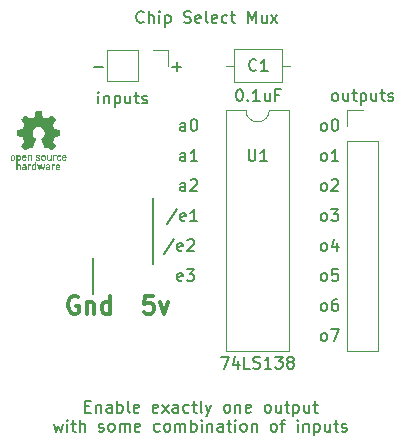
<source format=gto>
G04 #@! TF.GenerationSoftware,KiCad,Pcbnew,(6.0.0)*
G04 #@! TF.CreationDate,2022-11-09T00:12:50-05:00*
G04 #@! TF.ProjectId,chip select multiplexer,63686970-2073-4656-9c65-6374206d756c,rev?*
G04 #@! TF.SameCoordinates,Original*
G04 #@! TF.FileFunction,Legend,Top*
G04 #@! TF.FilePolarity,Positive*
%FSLAX46Y46*%
G04 Gerber Fmt 4.6, Leading zero omitted, Abs format (unit mm)*
G04 Created by KiCad (PCBNEW (6.0.0)) date 2022-11-09 00:12:50*
%MOMM*%
%LPD*%
G01*
G04 APERTURE LIST*
%ADD10C,0.150000*%
%ADD11C,0.300000*%
%ADD12C,0.120000*%
%ADD13R,1.700000X1.700000*%
%ADD14O,1.700000X1.700000*%
%ADD15C,3.200000*%
%ADD16R,1.600000X1.600000*%
%ADD17O,1.600000X1.600000*%
%ADD18C,1.600000*%
G04 APERTURE END LIST*
D10*
X127000000Y-92456000D02*
X127000000Y-95504000D01*
X132080000Y-87376000D02*
X132080000Y-92964000D01*
X134866095Y-84272380D02*
X134866095Y-83748571D01*
X134818476Y-83653333D01*
X134723238Y-83605714D01*
X134532761Y-83605714D01*
X134437523Y-83653333D01*
X134866095Y-84224761D02*
X134770857Y-84272380D01*
X134532761Y-84272380D01*
X134437523Y-84224761D01*
X134389904Y-84129523D01*
X134389904Y-84034285D01*
X134437523Y-83939047D01*
X134532761Y-83891428D01*
X134770857Y-83891428D01*
X134866095Y-83843809D01*
X135866095Y-84272380D02*
X135294666Y-84272380D01*
X135580380Y-84272380D02*
X135580380Y-83272380D01*
X135485142Y-83415238D01*
X135389904Y-83510476D01*
X135294666Y-83558095D01*
X146518380Y-84272380D02*
X146423142Y-84224761D01*
X146375523Y-84177142D01*
X146327904Y-84081904D01*
X146327904Y-83796190D01*
X146375523Y-83700952D01*
X146423142Y-83653333D01*
X146518380Y-83605714D01*
X146661238Y-83605714D01*
X146756476Y-83653333D01*
X146804095Y-83700952D01*
X146851714Y-83796190D01*
X146851714Y-84081904D01*
X146804095Y-84177142D01*
X146756476Y-84224761D01*
X146661238Y-84272380D01*
X146518380Y-84272380D01*
X147804095Y-84272380D02*
X147232666Y-84272380D01*
X147518380Y-84272380D02*
X147518380Y-83272380D01*
X147423142Y-83415238D01*
X147327904Y-83510476D01*
X147232666Y-83558095D01*
X134866095Y-86812380D02*
X134866095Y-86288571D01*
X134818476Y-86193333D01*
X134723238Y-86145714D01*
X134532761Y-86145714D01*
X134437523Y-86193333D01*
X134866095Y-86764761D02*
X134770857Y-86812380D01*
X134532761Y-86812380D01*
X134437523Y-86764761D01*
X134389904Y-86669523D01*
X134389904Y-86574285D01*
X134437523Y-86479047D01*
X134532761Y-86431428D01*
X134770857Y-86431428D01*
X134866095Y-86383809D01*
X135294666Y-85907619D02*
X135342285Y-85860000D01*
X135437523Y-85812380D01*
X135675619Y-85812380D01*
X135770857Y-85860000D01*
X135818476Y-85907619D01*
X135866095Y-86002857D01*
X135866095Y-86098095D01*
X135818476Y-86240952D01*
X135247047Y-86812380D01*
X135866095Y-86812380D01*
X146518380Y-86812380D02*
X146423142Y-86764761D01*
X146375523Y-86717142D01*
X146327904Y-86621904D01*
X146327904Y-86336190D01*
X146375523Y-86240952D01*
X146423142Y-86193333D01*
X146518380Y-86145714D01*
X146661238Y-86145714D01*
X146756476Y-86193333D01*
X146804095Y-86240952D01*
X146851714Y-86336190D01*
X146851714Y-86621904D01*
X146804095Y-86717142D01*
X146756476Y-86764761D01*
X146661238Y-86812380D01*
X146518380Y-86812380D01*
X147232666Y-85907619D02*
X147280285Y-85860000D01*
X147375523Y-85812380D01*
X147613619Y-85812380D01*
X147708857Y-85860000D01*
X147756476Y-85907619D01*
X147804095Y-86002857D01*
X147804095Y-86098095D01*
X147756476Y-86240952D01*
X147185047Y-86812380D01*
X147804095Y-86812380D01*
X146518380Y-94432380D02*
X146423142Y-94384761D01*
X146375523Y-94337142D01*
X146327904Y-94241904D01*
X146327904Y-93956190D01*
X146375523Y-93860952D01*
X146423142Y-93813333D01*
X146518380Y-93765714D01*
X146661238Y-93765714D01*
X146756476Y-93813333D01*
X146804095Y-93860952D01*
X146851714Y-93956190D01*
X146851714Y-94241904D01*
X146804095Y-94337142D01*
X146756476Y-94384761D01*
X146661238Y-94432380D01*
X146518380Y-94432380D01*
X147756476Y-93432380D02*
X147280285Y-93432380D01*
X147232666Y-93908571D01*
X147280285Y-93860952D01*
X147375523Y-93813333D01*
X147613619Y-93813333D01*
X147708857Y-93860952D01*
X147756476Y-93908571D01*
X147804095Y-94003809D01*
X147804095Y-94241904D01*
X147756476Y-94337142D01*
X147708857Y-94384761D01*
X147613619Y-94432380D01*
X147375523Y-94432380D01*
X147280285Y-94384761D01*
X147232666Y-94337142D01*
D11*
X132119714Y-95698571D02*
X131405428Y-95698571D01*
X131334000Y-96412857D01*
X131405428Y-96341428D01*
X131548285Y-96270000D01*
X131905428Y-96270000D01*
X132048285Y-96341428D01*
X132119714Y-96412857D01*
X132191142Y-96555714D01*
X132191142Y-96912857D01*
X132119714Y-97055714D01*
X132048285Y-97127142D01*
X131905428Y-97198571D01*
X131548285Y-97198571D01*
X131405428Y-97127142D01*
X131334000Y-97055714D01*
X132691142Y-96198571D02*
X133048285Y-97198571D01*
X133405428Y-96198571D01*
D10*
X146518380Y-91892380D02*
X146423142Y-91844761D01*
X146375523Y-91797142D01*
X146327904Y-91701904D01*
X146327904Y-91416190D01*
X146375523Y-91320952D01*
X146423142Y-91273333D01*
X146518380Y-91225714D01*
X146661238Y-91225714D01*
X146756476Y-91273333D01*
X146804095Y-91320952D01*
X146851714Y-91416190D01*
X146851714Y-91701904D01*
X146804095Y-91797142D01*
X146756476Y-91844761D01*
X146661238Y-91892380D01*
X146518380Y-91892380D01*
X147708857Y-91225714D02*
X147708857Y-91892380D01*
X147470761Y-90844761D02*
X147232666Y-91559047D01*
X147851714Y-91559047D01*
X146518380Y-96972380D02*
X146423142Y-96924761D01*
X146375523Y-96877142D01*
X146327904Y-96781904D01*
X146327904Y-96496190D01*
X146375523Y-96400952D01*
X146423142Y-96353333D01*
X146518380Y-96305714D01*
X146661238Y-96305714D01*
X146756476Y-96353333D01*
X146804095Y-96400952D01*
X146851714Y-96496190D01*
X146851714Y-96781904D01*
X146804095Y-96877142D01*
X146756476Y-96924761D01*
X146661238Y-96972380D01*
X146518380Y-96972380D01*
X147708857Y-95972380D02*
X147518380Y-95972380D01*
X147423142Y-96020000D01*
X147375523Y-96067619D01*
X147280285Y-96210476D01*
X147232666Y-96400952D01*
X147232666Y-96781904D01*
X147280285Y-96877142D01*
X147327904Y-96924761D01*
X147423142Y-96972380D01*
X147613619Y-96972380D01*
X147708857Y-96924761D01*
X147756476Y-96877142D01*
X147804095Y-96781904D01*
X147804095Y-96543809D01*
X147756476Y-96448571D01*
X147708857Y-96400952D01*
X147613619Y-96353333D01*
X147423142Y-96353333D01*
X147327904Y-96400952D01*
X147280285Y-96448571D01*
X147232666Y-96543809D01*
X126382095Y-105041571D02*
X126715428Y-105041571D01*
X126858285Y-105565380D02*
X126382095Y-105565380D01*
X126382095Y-104565380D01*
X126858285Y-104565380D01*
X127286857Y-104898714D02*
X127286857Y-105565380D01*
X127286857Y-104993952D02*
X127334476Y-104946333D01*
X127429714Y-104898714D01*
X127572571Y-104898714D01*
X127667809Y-104946333D01*
X127715428Y-105041571D01*
X127715428Y-105565380D01*
X128620190Y-105565380D02*
X128620190Y-105041571D01*
X128572571Y-104946333D01*
X128477333Y-104898714D01*
X128286857Y-104898714D01*
X128191619Y-104946333D01*
X128620190Y-105517761D02*
X128524952Y-105565380D01*
X128286857Y-105565380D01*
X128191619Y-105517761D01*
X128144000Y-105422523D01*
X128144000Y-105327285D01*
X128191619Y-105232047D01*
X128286857Y-105184428D01*
X128524952Y-105184428D01*
X128620190Y-105136809D01*
X129096380Y-105565380D02*
X129096380Y-104565380D01*
X129096380Y-104946333D02*
X129191619Y-104898714D01*
X129382095Y-104898714D01*
X129477333Y-104946333D01*
X129524952Y-104993952D01*
X129572571Y-105089190D01*
X129572571Y-105374904D01*
X129524952Y-105470142D01*
X129477333Y-105517761D01*
X129382095Y-105565380D01*
X129191619Y-105565380D01*
X129096380Y-105517761D01*
X130144000Y-105565380D02*
X130048761Y-105517761D01*
X130001142Y-105422523D01*
X130001142Y-104565380D01*
X130905904Y-105517761D02*
X130810666Y-105565380D01*
X130620190Y-105565380D01*
X130524952Y-105517761D01*
X130477333Y-105422523D01*
X130477333Y-105041571D01*
X130524952Y-104946333D01*
X130620190Y-104898714D01*
X130810666Y-104898714D01*
X130905904Y-104946333D01*
X130953523Y-105041571D01*
X130953523Y-105136809D01*
X130477333Y-105232047D01*
X132524952Y-105517761D02*
X132429714Y-105565380D01*
X132239238Y-105565380D01*
X132144000Y-105517761D01*
X132096380Y-105422523D01*
X132096380Y-105041571D01*
X132144000Y-104946333D01*
X132239238Y-104898714D01*
X132429714Y-104898714D01*
X132524952Y-104946333D01*
X132572571Y-105041571D01*
X132572571Y-105136809D01*
X132096380Y-105232047D01*
X132905904Y-105565380D02*
X133429714Y-104898714D01*
X132905904Y-104898714D02*
X133429714Y-105565380D01*
X134239238Y-105565380D02*
X134239238Y-105041571D01*
X134191619Y-104946333D01*
X134096380Y-104898714D01*
X133905904Y-104898714D01*
X133810666Y-104946333D01*
X134239238Y-105517761D02*
X134144000Y-105565380D01*
X133905904Y-105565380D01*
X133810666Y-105517761D01*
X133763047Y-105422523D01*
X133763047Y-105327285D01*
X133810666Y-105232047D01*
X133905904Y-105184428D01*
X134144000Y-105184428D01*
X134239238Y-105136809D01*
X135144000Y-105517761D02*
X135048761Y-105565380D01*
X134858285Y-105565380D01*
X134763047Y-105517761D01*
X134715428Y-105470142D01*
X134667809Y-105374904D01*
X134667809Y-105089190D01*
X134715428Y-104993952D01*
X134763047Y-104946333D01*
X134858285Y-104898714D01*
X135048761Y-104898714D01*
X135144000Y-104946333D01*
X135429714Y-104898714D02*
X135810666Y-104898714D01*
X135572571Y-104565380D02*
X135572571Y-105422523D01*
X135620190Y-105517761D01*
X135715428Y-105565380D01*
X135810666Y-105565380D01*
X136286857Y-105565380D02*
X136191619Y-105517761D01*
X136144000Y-105422523D01*
X136144000Y-104565380D01*
X136572571Y-104898714D02*
X136810666Y-105565380D01*
X137048761Y-104898714D02*
X136810666Y-105565380D01*
X136715428Y-105803476D01*
X136667809Y-105851095D01*
X136572571Y-105898714D01*
X138334476Y-105565380D02*
X138239238Y-105517761D01*
X138191619Y-105470142D01*
X138144000Y-105374904D01*
X138144000Y-105089190D01*
X138191619Y-104993952D01*
X138239238Y-104946333D01*
X138334476Y-104898714D01*
X138477333Y-104898714D01*
X138572571Y-104946333D01*
X138620190Y-104993952D01*
X138667809Y-105089190D01*
X138667809Y-105374904D01*
X138620190Y-105470142D01*
X138572571Y-105517761D01*
X138477333Y-105565380D01*
X138334476Y-105565380D01*
X139096380Y-104898714D02*
X139096380Y-105565380D01*
X139096380Y-104993952D02*
X139144000Y-104946333D01*
X139239238Y-104898714D01*
X139382095Y-104898714D01*
X139477333Y-104946333D01*
X139524952Y-105041571D01*
X139524952Y-105565380D01*
X140382095Y-105517761D02*
X140286857Y-105565380D01*
X140096380Y-105565380D01*
X140001142Y-105517761D01*
X139953523Y-105422523D01*
X139953523Y-105041571D01*
X140001142Y-104946333D01*
X140096380Y-104898714D01*
X140286857Y-104898714D01*
X140382095Y-104946333D01*
X140429714Y-105041571D01*
X140429714Y-105136809D01*
X139953523Y-105232047D01*
X141763047Y-105565380D02*
X141667809Y-105517761D01*
X141620190Y-105470142D01*
X141572571Y-105374904D01*
X141572571Y-105089190D01*
X141620190Y-104993952D01*
X141667809Y-104946333D01*
X141763047Y-104898714D01*
X141905904Y-104898714D01*
X142001142Y-104946333D01*
X142048761Y-104993952D01*
X142096380Y-105089190D01*
X142096380Y-105374904D01*
X142048761Y-105470142D01*
X142001142Y-105517761D01*
X141905904Y-105565380D01*
X141763047Y-105565380D01*
X142953523Y-104898714D02*
X142953523Y-105565380D01*
X142524952Y-104898714D02*
X142524952Y-105422523D01*
X142572571Y-105517761D01*
X142667809Y-105565380D01*
X142810666Y-105565380D01*
X142905904Y-105517761D01*
X142953523Y-105470142D01*
X143286857Y-104898714D02*
X143667809Y-104898714D01*
X143429714Y-104565380D02*
X143429714Y-105422523D01*
X143477333Y-105517761D01*
X143572571Y-105565380D01*
X143667809Y-105565380D01*
X144001142Y-104898714D02*
X144001142Y-105898714D01*
X144001142Y-104946333D02*
X144096380Y-104898714D01*
X144286857Y-104898714D01*
X144382095Y-104946333D01*
X144429714Y-104993952D01*
X144477333Y-105089190D01*
X144477333Y-105374904D01*
X144429714Y-105470142D01*
X144382095Y-105517761D01*
X144286857Y-105565380D01*
X144096380Y-105565380D01*
X144001142Y-105517761D01*
X145334476Y-104898714D02*
X145334476Y-105565380D01*
X144905904Y-104898714D02*
X144905904Y-105422523D01*
X144953523Y-105517761D01*
X145048761Y-105565380D01*
X145191619Y-105565380D01*
X145286857Y-105517761D01*
X145334476Y-105470142D01*
X145667809Y-104898714D02*
X146048761Y-104898714D01*
X145810666Y-104565380D02*
X145810666Y-105422523D01*
X145858285Y-105517761D01*
X145953523Y-105565380D01*
X146048761Y-105565380D01*
X123715428Y-106508714D02*
X123905904Y-107175380D01*
X124096380Y-106699190D01*
X124286857Y-107175380D01*
X124477333Y-106508714D01*
X124858285Y-107175380D02*
X124858285Y-106508714D01*
X124858285Y-106175380D02*
X124810666Y-106223000D01*
X124858285Y-106270619D01*
X124905904Y-106223000D01*
X124858285Y-106175380D01*
X124858285Y-106270619D01*
X125191619Y-106508714D02*
X125572571Y-106508714D01*
X125334476Y-106175380D02*
X125334476Y-107032523D01*
X125382095Y-107127761D01*
X125477333Y-107175380D01*
X125572571Y-107175380D01*
X125905904Y-107175380D02*
X125905904Y-106175380D01*
X126334476Y-107175380D02*
X126334476Y-106651571D01*
X126286857Y-106556333D01*
X126191619Y-106508714D01*
X126048761Y-106508714D01*
X125953523Y-106556333D01*
X125905904Y-106603952D01*
X127524952Y-107127761D02*
X127620190Y-107175380D01*
X127810666Y-107175380D01*
X127905904Y-107127761D01*
X127953523Y-107032523D01*
X127953523Y-106984904D01*
X127905904Y-106889666D01*
X127810666Y-106842047D01*
X127667809Y-106842047D01*
X127572571Y-106794428D01*
X127524952Y-106699190D01*
X127524952Y-106651571D01*
X127572571Y-106556333D01*
X127667809Y-106508714D01*
X127810666Y-106508714D01*
X127905904Y-106556333D01*
X128524952Y-107175380D02*
X128429714Y-107127761D01*
X128382095Y-107080142D01*
X128334476Y-106984904D01*
X128334476Y-106699190D01*
X128382095Y-106603952D01*
X128429714Y-106556333D01*
X128524952Y-106508714D01*
X128667809Y-106508714D01*
X128763047Y-106556333D01*
X128810666Y-106603952D01*
X128858285Y-106699190D01*
X128858285Y-106984904D01*
X128810666Y-107080142D01*
X128763047Y-107127761D01*
X128667809Y-107175380D01*
X128524952Y-107175380D01*
X129286857Y-107175380D02*
X129286857Y-106508714D01*
X129286857Y-106603952D02*
X129334476Y-106556333D01*
X129429714Y-106508714D01*
X129572571Y-106508714D01*
X129667809Y-106556333D01*
X129715428Y-106651571D01*
X129715428Y-107175380D01*
X129715428Y-106651571D02*
X129763047Y-106556333D01*
X129858285Y-106508714D01*
X130001142Y-106508714D01*
X130096380Y-106556333D01*
X130144000Y-106651571D01*
X130144000Y-107175380D01*
X131001142Y-107127761D02*
X130905904Y-107175380D01*
X130715428Y-107175380D01*
X130620190Y-107127761D01*
X130572571Y-107032523D01*
X130572571Y-106651571D01*
X130620190Y-106556333D01*
X130715428Y-106508714D01*
X130905904Y-106508714D01*
X131001142Y-106556333D01*
X131048761Y-106651571D01*
X131048761Y-106746809D01*
X130572571Y-106842047D01*
X132667809Y-107127761D02*
X132572571Y-107175380D01*
X132382095Y-107175380D01*
X132286857Y-107127761D01*
X132239238Y-107080142D01*
X132191619Y-106984904D01*
X132191619Y-106699190D01*
X132239238Y-106603952D01*
X132286857Y-106556333D01*
X132382095Y-106508714D01*
X132572571Y-106508714D01*
X132667809Y-106556333D01*
X133239238Y-107175380D02*
X133144000Y-107127761D01*
X133096380Y-107080142D01*
X133048761Y-106984904D01*
X133048761Y-106699190D01*
X133096380Y-106603952D01*
X133144000Y-106556333D01*
X133239238Y-106508714D01*
X133382095Y-106508714D01*
X133477333Y-106556333D01*
X133524952Y-106603952D01*
X133572571Y-106699190D01*
X133572571Y-106984904D01*
X133524952Y-107080142D01*
X133477333Y-107127761D01*
X133382095Y-107175380D01*
X133239238Y-107175380D01*
X134001142Y-107175380D02*
X134001142Y-106508714D01*
X134001142Y-106603952D02*
X134048761Y-106556333D01*
X134144000Y-106508714D01*
X134286857Y-106508714D01*
X134382095Y-106556333D01*
X134429714Y-106651571D01*
X134429714Y-107175380D01*
X134429714Y-106651571D02*
X134477333Y-106556333D01*
X134572571Y-106508714D01*
X134715428Y-106508714D01*
X134810666Y-106556333D01*
X134858285Y-106651571D01*
X134858285Y-107175380D01*
X135334476Y-107175380D02*
X135334476Y-106175380D01*
X135334476Y-106556333D02*
X135429714Y-106508714D01*
X135620190Y-106508714D01*
X135715428Y-106556333D01*
X135763047Y-106603952D01*
X135810666Y-106699190D01*
X135810666Y-106984904D01*
X135763047Y-107080142D01*
X135715428Y-107127761D01*
X135620190Y-107175380D01*
X135429714Y-107175380D01*
X135334476Y-107127761D01*
X136239238Y-107175380D02*
X136239238Y-106508714D01*
X136239238Y-106175380D02*
X136191619Y-106223000D01*
X136239238Y-106270619D01*
X136286857Y-106223000D01*
X136239238Y-106175380D01*
X136239238Y-106270619D01*
X136715428Y-106508714D02*
X136715428Y-107175380D01*
X136715428Y-106603952D02*
X136763047Y-106556333D01*
X136858285Y-106508714D01*
X137001142Y-106508714D01*
X137096380Y-106556333D01*
X137144000Y-106651571D01*
X137144000Y-107175380D01*
X138048761Y-107175380D02*
X138048761Y-106651571D01*
X138001142Y-106556333D01*
X137905904Y-106508714D01*
X137715428Y-106508714D01*
X137620190Y-106556333D01*
X138048761Y-107127761D02*
X137953523Y-107175380D01*
X137715428Y-107175380D01*
X137620190Y-107127761D01*
X137572571Y-107032523D01*
X137572571Y-106937285D01*
X137620190Y-106842047D01*
X137715428Y-106794428D01*
X137953523Y-106794428D01*
X138048761Y-106746809D01*
X138382095Y-106508714D02*
X138763047Y-106508714D01*
X138524952Y-106175380D02*
X138524952Y-107032523D01*
X138572571Y-107127761D01*
X138667809Y-107175380D01*
X138763047Y-107175380D01*
X139096380Y-107175380D02*
X139096380Y-106508714D01*
X139096380Y-106175380D02*
X139048761Y-106223000D01*
X139096380Y-106270619D01*
X139144000Y-106223000D01*
X139096380Y-106175380D01*
X139096380Y-106270619D01*
X139715428Y-107175380D02*
X139620190Y-107127761D01*
X139572571Y-107080142D01*
X139524952Y-106984904D01*
X139524952Y-106699190D01*
X139572571Y-106603952D01*
X139620190Y-106556333D01*
X139715428Y-106508714D01*
X139858285Y-106508714D01*
X139953523Y-106556333D01*
X140001142Y-106603952D01*
X140048761Y-106699190D01*
X140048761Y-106984904D01*
X140001142Y-107080142D01*
X139953523Y-107127761D01*
X139858285Y-107175380D01*
X139715428Y-107175380D01*
X140477333Y-106508714D02*
X140477333Y-107175380D01*
X140477333Y-106603952D02*
X140524952Y-106556333D01*
X140620190Y-106508714D01*
X140763047Y-106508714D01*
X140858285Y-106556333D01*
X140905904Y-106651571D01*
X140905904Y-107175380D01*
X142286857Y-107175380D02*
X142191619Y-107127761D01*
X142144000Y-107080142D01*
X142096380Y-106984904D01*
X142096380Y-106699190D01*
X142144000Y-106603952D01*
X142191619Y-106556333D01*
X142286857Y-106508714D01*
X142429714Y-106508714D01*
X142524952Y-106556333D01*
X142572571Y-106603952D01*
X142620190Y-106699190D01*
X142620190Y-106984904D01*
X142572571Y-107080142D01*
X142524952Y-107127761D01*
X142429714Y-107175380D01*
X142286857Y-107175380D01*
X142905904Y-106508714D02*
X143286857Y-106508714D01*
X143048761Y-107175380D02*
X143048761Y-106318238D01*
X143096380Y-106223000D01*
X143191619Y-106175380D01*
X143286857Y-106175380D01*
X144382095Y-107175380D02*
X144382095Y-106508714D01*
X144382095Y-106175380D02*
X144334476Y-106223000D01*
X144382095Y-106270619D01*
X144429714Y-106223000D01*
X144382095Y-106175380D01*
X144382095Y-106270619D01*
X144858285Y-106508714D02*
X144858285Y-107175380D01*
X144858285Y-106603952D02*
X144905904Y-106556333D01*
X145001142Y-106508714D01*
X145144000Y-106508714D01*
X145239238Y-106556333D01*
X145286857Y-106651571D01*
X145286857Y-107175380D01*
X145763047Y-106508714D02*
X145763047Y-107508714D01*
X145763047Y-106556333D02*
X145858285Y-106508714D01*
X146048761Y-106508714D01*
X146144000Y-106556333D01*
X146191619Y-106603952D01*
X146239238Y-106699190D01*
X146239238Y-106984904D01*
X146191619Y-107080142D01*
X146144000Y-107127761D01*
X146048761Y-107175380D01*
X145858285Y-107175380D01*
X145763047Y-107127761D01*
X147096380Y-106508714D02*
X147096380Y-107175380D01*
X146667809Y-106508714D02*
X146667809Y-107032523D01*
X146715428Y-107127761D01*
X146810666Y-107175380D01*
X146953523Y-107175380D01*
X147048761Y-107127761D01*
X147096380Y-107080142D01*
X147429714Y-106508714D02*
X147810666Y-106508714D01*
X147572571Y-106175380D02*
X147572571Y-107032523D01*
X147620190Y-107127761D01*
X147715428Y-107175380D01*
X147810666Y-107175380D01*
X148096380Y-107127761D02*
X148191619Y-107175380D01*
X148382095Y-107175380D01*
X148477333Y-107127761D01*
X148524952Y-107032523D01*
X148524952Y-106984904D01*
X148477333Y-106889666D01*
X148382095Y-106842047D01*
X148239238Y-106842047D01*
X148144000Y-106794428D01*
X148096380Y-106699190D01*
X148096380Y-106651571D01*
X148144000Y-106556333D01*
X148239238Y-106508714D01*
X148382095Y-106508714D01*
X148477333Y-106556333D01*
X146518380Y-99512380D02*
X146423142Y-99464761D01*
X146375523Y-99417142D01*
X146327904Y-99321904D01*
X146327904Y-99036190D01*
X146375523Y-98940952D01*
X146423142Y-98893333D01*
X146518380Y-98845714D01*
X146661238Y-98845714D01*
X146756476Y-98893333D01*
X146804095Y-98940952D01*
X146851714Y-99036190D01*
X146851714Y-99321904D01*
X146804095Y-99417142D01*
X146756476Y-99464761D01*
X146661238Y-99512380D01*
X146518380Y-99512380D01*
X147185047Y-98512380D02*
X147851714Y-98512380D01*
X147423142Y-99512380D01*
X133889809Y-90844761D02*
X133032666Y-92130476D01*
X134604095Y-91844761D02*
X134508857Y-91892380D01*
X134318380Y-91892380D01*
X134223142Y-91844761D01*
X134175523Y-91749523D01*
X134175523Y-91368571D01*
X134223142Y-91273333D01*
X134318380Y-91225714D01*
X134508857Y-91225714D01*
X134604095Y-91273333D01*
X134651714Y-91368571D01*
X134651714Y-91463809D01*
X134175523Y-91559047D01*
X135032666Y-90987619D02*
X135080285Y-90940000D01*
X135175523Y-90892380D01*
X135413619Y-90892380D01*
X135508857Y-90940000D01*
X135556476Y-90987619D01*
X135604095Y-91082857D01*
X135604095Y-91178095D01*
X135556476Y-91320952D01*
X134985047Y-91892380D01*
X135604095Y-91892380D01*
X127127047Y-76271428D02*
X127888952Y-76271428D01*
X146518380Y-81732380D02*
X146423142Y-81684761D01*
X146375523Y-81637142D01*
X146327904Y-81541904D01*
X146327904Y-81256190D01*
X146375523Y-81160952D01*
X146423142Y-81113333D01*
X146518380Y-81065714D01*
X146661238Y-81065714D01*
X146756476Y-81113333D01*
X146804095Y-81160952D01*
X146851714Y-81256190D01*
X146851714Y-81541904D01*
X146804095Y-81637142D01*
X146756476Y-81684761D01*
X146661238Y-81732380D01*
X146518380Y-81732380D01*
X147470761Y-80732380D02*
X147566000Y-80732380D01*
X147661238Y-80780000D01*
X147708857Y-80827619D01*
X147756476Y-80922857D01*
X147804095Y-81113333D01*
X147804095Y-81351428D01*
X147756476Y-81541904D01*
X147708857Y-81637142D01*
X147661238Y-81684761D01*
X147566000Y-81732380D01*
X147470761Y-81732380D01*
X147375523Y-81684761D01*
X147327904Y-81637142D01*
X147280285Y-81541904D01*
X147232666Y-81351428D01*
X147232666Y-81113333D01*
X147280285Y-80922857D01*
X147327904Y-80827619D01*
X147375523Y-80780000D01*
X147470761Y-80732380D01*
X134143809Y-88304761D02*
X133286666Y-89590476D01*
X134858095Y-89304761D02*
X134762857Y-89352380D01*
X134572380Y-89352380D01*
X134477142Y-89304761D01*
X134429523Y-89209523D01*
X134429523Y-88828571D01*
X134477142Y-88733333D01*
X134572380Y-88685714D01*
X134762857Y-88685714D01*
X134858095Y-88733333D01*
X134905714Y-88828571D01*
X134905714Y-88923809D01*
X134429523Y-89019047D01*
X135858095Y-89352380D02*
X135286666Y-89352380D01*
X135572380Y-89352380D02*
X135572380Y-88352380D01*
X135477142Y-88495238D01*
X135381904Y-88590476D01*
X135286666Y-88638095D01*
X146518380Y-89352380D02*
X146423142Y-89304761D01*
X146375523Y-89257142D01*
X146327904Y-89161904D01*
X146327904Y-88876190D01*
X146375523Y-88780952D01*
X146423142Y-88733333D01*
X146518380Y-88685714D01*
X146661238Y-88685714D01*
X146756476Y-88733333D01*
X146804095Y-88780952D01*
X146851714Y-88876190D01*
X146851714Y-89161904D01*
X146804095Y-89257142D01*
X146756476Y-89304761D01*
X146661238Y-89352380D01*
X146518380Y-89352380D01*
X147185047Y-88352380D02*
X147804095Y-88352380D01*
X147470761Y-88733333D01*
X147613619Y-88733333D01*
X147708857Y-88780952D01*
X147756476Y-88828571D01*
X147804095Y-88923809D01*
X147804095Y-89161904D01*
X147756476Y-89257142D01*
X147708857Y-89304761D01*
X147613619Y-89352380D01*
X147327904Y-89352380D01*
X147232666Y-89304761D01*
X147185047Y-89257142D01*
X131318666Y-72493142D02*
X131271047Y-72540761D01*
X131128190Y-72588380D01*
X131032952Y-72588380D01*
X130890095Y-72540761D01*
X130794857Y-72445523D01*
X130747238Y-72350285D01*
X130699619Y-72159809D01*
X130699619Y-72016952D01*
X130747238Y-71826476D01*
X130794857Y-71731238D01*
X130890095Y-71636000D01*
X131032952Y-71588380D01*
X131128190Y-71588380D01*
X131271047Y-71636000D01*
X131318666Y-71683619D01*
X131747238Y-72588380D02*
X131747238Y-71588380D01*
X132175809Y-72588380D02*
X132175809Y-72064571D01*
X132128190Y-71969333D01*
X132032952Y-71921714D01*
X131890095Y-71921714D01*
X131794857Y-71969333D01*
X131747238Y-72016952D01*
X132652000Y-72588380D02*
X132652000Y-71921714D01*
X132652000Y-71588380D02*
X132604380Y-71636000D01*
X132652000Y-71683619D01*
X132699619Y-71636000D01*
X132652000Y-71588380D01*
X132652000Y-71683619D01*
X133128190Y-71921714D02*
X133128190Y-72921714D01*
X133128190Y-71969333D02*
X133223428Y-71921714D01*
X133413904Y-71921714D01*
X133509142Y-71969333D01*
X133556761Y-72016952D01*
X133604380Y-72112190D01*
X133604380Y-72397904D01*
X133556761Y-72493142D01*
X133509142Y-72540761D01*
X133413904Y-72588380D01*
X133223428Y-72588380D01*
X133128190Y-72540761D01*
X134747238Y-72540761D02*
X134890095Y-72588380D01*
X135128190Y-72588380D01*
X135223428Y-72540761D01*
X135271047Y-72493142D01*
X135318666Y-72397904D01*
X135318666Y-72302666D01*
X135271047Y-72207428D01*
X135223428Y-72159809D01*
X135128190Y-72112190D01*
X134937714Y-72064571D01*
X134842476Y-72016952D01*
X134794857Y-71969333D01*
X134747238Y-71874095D01*
X134747238Y-71778857D01*
X134794857Y-71683619D01*
X134842476Y-71636000D01*
X134937714Y-71588380D01*
X135175809Y-71588380D01*
X135318666Y-71636000D01*
X136128190Y-72540761D02*
X136032952Y-72588380D01*
X135842476Y-72588380D01*
X135747238Y-72540761D01*
X135699619Y-72445523D01*
X135699619Y-72064571D01*
X135747238Y-71969333D01*
X135842476Y-71921714D01*
X136032952Y-71921714D01*
X136128190Y-71969333D01*
X136175809Y-72064571D01*
X136175809Y-72159809D01*
X135699619Y-72255047D01*
X136747238Y-72588380D02*
X136652000Y-72540761D01*
X136604380Y-72445523D01*
X136604380Y-71588380D01*
X137509142Y-72540761D02*
X137413904Y-72588380D01*
X137223428Y-72588380D01*
X137128190Y-72540761D01*
X137080571Y-72445523D01*
X137080571Y-72064571D01*
X137128190Y-71969333D01*
X137223428Y-71921714D01*
X137413904Y-71921714D01*
X137509142Y-71969333D01*
X137556761Y-72064571D01*
X137556761Y-72159809D01*
X137080571Y-72255047D01*
X138413904Y-72540761D02*
X138318666Y-72588380D01*
X138128190Y-72588380D01*
X138032952Y-72540761D01*
X137985333Y-72493142D01*
X137937714Y-72397904D01*
X137937714Y-72112190D01*
X137985333Y-72016952D01*
X138032952Y-71969333D01*
X138128190Y-71921714D01*
X138318666Y-71921714D01*
X138413904Y-71969333D01*
X138699619Y-71921714D02*
X139080571Y-71921714D01*
X138842476Y-71588380D02*
X138842476Y-72445523D01*
X138890095Y-72540761D01*
X138985333Y-72588380D01*
X139080571Y-72588380D01*
X140175809Y-72588380D02*
X140175809Y-71588380D01*
X140509142Y-72302666D01*
X140842476Y-71588380D01*
X140842476Y-72588380D01*
X141747238Y-71921714D02*
X141747238Y-72588380D01*
X141318666Y-71921714D02*
X141318666Y-72445523D01*
X141366285Y-72540761D01*
X141461523Y-72588380D01*
X141604380Y-72588380D01*
X141699619Y-72540761D01*
X141747238Y-72493142D01*
X142128190Y-72588380D02*
X142652000Y-71921714D01*
X142128190Y-71921714D02*
X142652000Y-72588380D01*
D11*
X125781714Y-95770000D02*
X125638857Y-95698571D01*
X125424571Y-95698571D01*
X125210285Y-95770000D01*
X125067428Y-95912857D01*
X124996000Y-96055714D01*
X124924571Y-96341428D01*
X124924571Y-96555714D01*
X124996000Y-96841428D01*
X125067428Y-96984285D01*
X125210285Y-97127142D01*
X125424571Y-97198571D01*
X125567428Y-97198571D01*
X125781714Y-97127142D01*
X125853142Y-97055714D01*
X125853142Y-96555714D01*
X125567428Y-96555714D01*
X126496000Y-96198571D02*
X126496000Y-97198571D01*
X126496000Y-96341428D02*
X126567428Y-96270000D01*
X126710285Y-96198571D01*
X126924571Y-96198571D01*
X127067428Y-96270000D01*
X127138857Y-96412857D01*
X127138857Y-97198571D01*
X128496000Y-97198571D02*
X128496000Y-95698571D01*
X128496000Y-97127142D02*
X128353142Y-97198571D01*
X128067428Y-97198571D01*
X127924571Y-97127142D01*
X127853142Y-97055714D01*
X127781714Y-96912857D01*
X127781714Y-96484285D01*
X127853142Y-96341428D01*
X127924571Y-96270000D01*
X128067428Y-96198571D01*
X128353142Y-96198571D01*
X128496000Y-96270000D01*
D10*
X134866095Y-81732380D02*
X134866095Y-81208571D01*
X134818476Y-81113333D01*
X134723238Y-81065714D01*
X134532761Y-81065714D01*
X134437523Y-81113333D01*
X134866095Y-81684761D02*
X134770857Y-81732380D01*
X134532761Y-81732380D01*
X134437523Y-81684761D01*
X134389904Y-81589523D01*
X134389904Y-81494285D01*
X134437523Y-81399047D01*
X134532761Y-81351428D01*
X134770857Y-81351428D01*
X134866095Y-81303809D01*
X135532761Y-80732380D02*
X135628000Y-80732380D01*
X135723238Y-80780000D01*
X135770857Y-80827619D01*
X135818476Y-80922857D01*
X135866095Y-81113333D01*
X135866095Y-81351428D01*
X135818476Y-81541904D01*
X135770857Y-81637142D01*
X135723238Y-81684761D01*
X135628000Y-81732380D01*
X135532761Y-81732380D01*
X135437523Y-81684761D01*
X135389904Y-81637142D01*
X135342285Y-81541904D01*
X135294666Y-81351428D01*
X135294666Y-81113333D01*
X135342285Y-80922857D01*
X135389904Y-80827619D01*
X135437523Y-80780000D01*
X135532761Y-80732380D01*
X134588285Y-94384761D02*
X134493047Y-94432380D01*
X134302571Y-94432380D01*
X134207333Y-94384761D01*
X134159714Y-94289523D01*
X134159714Y-93908571D01*
X134207333Y-93813333D01*
X134302571Y-93765714D01*
X134493047Y-93765714D01*
X134588285Y-93813333D01*
X134635904Y-93908571D01*
X134635904Y-94003809D01*
X134159714Y-94099047D01*
X134969238Y-93432380D02*
X135588285Y-93432380D01*
X135254952Y-93813333D01*
X135397809Y-93813333D01*
X135493047Y-93860952D01*
X135540666Y-93908571D01*
X135588285Y-94003809D01*
X135588285Y-94241904D01*
X135540666Y-94337142D01*
X135493047Y-94384761D01*
X135397809Y-94432380D01*
X135112095Y-94432380D01*
X135016857Y-94384761D01*
X134969238Y-94337142D01*
X133731047Y-76271428D02*
X134492952Y-76271428D01*
X134112000Y-76652380D02*
X134112000Y-75890476D01*
X127492380Y-79402380D02*
X127492380Y-78735714D01*
X127492380Y-78402380D02*
X127444761Y-78450000D01*
X127492380Y-78497619D01*
X127540000Y-78450000D01*
X127492380Y-78402380D01*
X127492380Y-78497619D01*
X127968571Y-78735714D02*
X127968571Y-79402380D01*
X127968571Y-78830952D02*
X128016190Y-78783333D01*
X128111428Y-78735714D01*
X128254285Y-78735714D01*
X128349523Y-78783333D01*
X128397142Y-78878571D01*
X128397142Y-79402380D01*
X128873333Y-78735714D02*
X128873333Y-79735714D01*
X128873333Y-78783333D02*
X128968571Y-78735714D01*
X129159047Y-78735714D01*
X129254285Y-78783333D01*
X129301904Y-78830952D01*
X129349523Y-78926190D01*
X129349523Y-79211904D01*
X129301904Y-79307142D01*
X129254285Y-79354761D01*
X129159047Y-79402380D01*
X128968571Y-79402380D01*
X128873333Y-79354761D01*
X130206666Y-78735714D02*
X130206666Y-79402380D01*
X129778095Y-78735714D02*
X129778095Y-79259523D01*
X129825714Y-79354761D01*
X129920952Y-79402380D01*
X130063809Y-79402380D01*
X130159047Y-79354761D01*
X130206666Y-79307142D01*
X130540000Y-78735714D02*
X130920952Y-78735714D01*
X130682857Y-78402380D02*
X130682857Y-79259523D01*
X130730476Y-79354761D01*
X130825714Y-79402380D01*
X130920952Y-79402380D01*
X131206666Y-79354761D02*
X131301904Y-79402380D01*
X131492380Y-79402380D01*
X131587619Y-79354761D01*
X131635238Y-79259523D01*
X131635238Y-79211904D01*
X131587619Y-79116666D01*
X131492380Y-79069047D01*
X131349523Y-79069047D01*
X131254285Y-79021428D01*
X131206666Y-78926190D01*
X131206666Y-78878571D01*
X131254285Y-78783333D01*
X131349523Y-78735714D01*
X131492380Y-78735714D01*
X131587619Y-78783333D01*
X140208095Y-83272380D02*
X140208095Y-84081904D01*
X140255714Y-84177142D01*
X140303333Y-84224761D01*
X140398571Y-84272380D01*
X140589047Y-84272380D01*
X140684285Y-84224761D01*
X140731904Y-84177142D01*
X140779523Y-84081904D01*
X140779523Y-83272380D01*
X141779523Y-84272380D02*
X141208095Y-84272380D01*
X141493809Y-84272380D02*
X141493809Y-83272380D01*
X141398571Y-83415238D01*
X141303333Y-83510476D01*
X141208095Y-83558095D01*
X137850952Y-100842380D02*
X138517619Y-100842380D01*
X138089047Y-101842380D01*
X139327142Y-101175714D02*
X139327142Y-101842380D01*
X139089047Y-100794761D02*
X138850952Y-101509047D01*
X139470000Y-101509047D01*
X140327142Y-101842380D02*
X139850952Y-101842380D01*
X139850952Y-100842380D01*
X140612857Y-101794761D02*
X140755714Y-101842380D01*
X140993809Y-101842380D01*
X141089047Y-101794761D01*
X141136666Y-101747142D01*
X141184285Y-101651904D01*
X141184285Y-101556666D01*
X141136666Y-101461428D01*
X141089047Y-101413809D01*
X140993809Y-101366190D01*
X140803333Y-101318571D01*
X140708095Y-101270952D01*
X140660476Y-101223333D01*
X140612857Y-101128095D01*
X140612857Y-101032857D01*
X140660476Y-100937619D01*
X140708095Y-100890000D01*
X140803333Y-100842380D01*
X141041428Y-100842380D01*
X141184285Y-100890000D01*
X142136666Y-101842380D02*
X141565238Y-101842380D01*
X141850952Y-101842380D02*
X141850952Y-100842380D01*
X141755714Y-100985238D01*
X141660476Y-101080476D01*
X141565238Y-101128095D01*
X142470000Y-100842380D02*
X143089047Y-100842380D01*
X142755714Y-101223333D01*
X142898571Y-101223333D01*
X142993809Y-101270952D01*
X143041428Y-101318571D01*
X143089047Y-101413809D01*
X143089047Y-101651904D01*
X143041428Y-101747142D01*
X142993809Y-101794761D01*
X142898571Y-101842380D01*
X142612857Y-101842380D01*
X142517619Y-101794761D01*
X142470000Y-101747142D01*
X143660476Y-101270952D02*
X143565238Y-101223333D01*
X143517619Y-101175714D01*
X143470000Y-101080476D01*
X143470000Y-101032857D01*
X143517619Y-100937619D01*
X143565238Y-100890000D01*
X143660476Y-100842380D01*
X143850952Y-100842380D01*
X143946190Y-100890000D01*
X143993809Y-100937619D01*
X144041428Y-101032857D01*
X144041428Y-101080476D01*
X143993809Y-101175714D01*
X143946190Y-101223333D01*
X143850952Y-101270952D01*
X143660476Y-101270952D01*
X143565238Y-101318571D01*
X143517619Y-101366190D01*
X143470000Y-101461428D01*
X143470000Y-101651904D01*
X143517619Y-101747142D01*
X143565238Y-101794761D01*
X143660476Y-101842380D01*
X143850952Y-101842380D01*
X143946190Y-101794761D01*
X143993809Y-101747142D01*
X144041428Y-101651904D01*
X144041428Y-101461428D01*
X143993809Y-101366190D01*
X143946190Y-101318571D01*
X143850952Y-101270952D01*
X140863333Y-76557142D02*
X140815714Y-76604761D01*
X140672857Y-76652380D01*
X140577619Y-76652380D01*
X140434761Y-76604761D01*
X140339523Y-76509523D01*
X140291904Y-76414285D01*
X140244285Y-76223809D01*
X140244285Y-76080952D01*
X140291904Y-75890476D01*
X140339523Y-75795238D01*
X140434761Y-75700000D01*
X140577619Y-75652380D01*
X140672857Y-75652380D01*
X140815714Y-75700000D01*
X140863333Y-75747619D01*
X141815714Y-76652380D02*
X141244285Y-76652380D01*
X141530000Y-76652380D02*
X141530000Y-75652380D01*
X141434761Y-75795238D01*
X141339523Y-75890476D01*
X141244285Y-75938095D01*
X139387142Y-78192380D02*
X139482380Y-78192380D01*
X139577619Y-78240000D01*
X139625238Y-78287619D01*
X139672857Y-78382857D01*
X139720476Y-78573333D01*
X139720476Y-78811428D01*
X139672857Y-79001904D01*
X139625238Y-79097142D01*
X139577619Y-79144761D01*
X139482380Y-79192380D01*
X139387142Y-79192380D01*
X139291904Y-79144761D01*
X139244285Y-79097142D01*
X139196666Y-79001904D01*
X139149047Y-78811428D01*
X139149047Y-78573333D01*
X139196666Y-78382857D01*
X139244285Y-78287619D01*
X139291904Y-78240000D01*
X139387142Y-78192380D01*
X140149047Y-79097142D02*
X140196666Y-79144761D01*
X140149047Y-79192380D01*
X140101428Y-79144761D01*
X140149047Y-79097142D01*
X140149047Y-79192380D01*
X141149047Y-79192380D02*
X140577619Y-79192380D01*
X140863333Y-79192380D02*
X140863333Y-78192380D01*
X140768095Y-78335238D01*
X140672857Y-78430476D01*
X140577619Y-78478095D01*
X142006190Y-78525714D02*
X142006190Y-79192380D01*
X141577619Y-78525714D02*
X141577619Y-79049523D01*
X141625238Y-79144761D01*
X141720476Y-79192380D01*
X141863333Y-79192380D01*
X141958571Y-79144761D01*
X142006190Y-79097142D01*
X142815714Y-78668571D02*
X142482380Y-78668571D01*
X142482380Y-79192380D02*
X142482380Y-78192380D01*
X142958571Y-78192380D01*
X147455238Y-79192380D02*
X147360000Y-79144761D01*
X147312380Y-79097142D01*
X147264761Y-79001904D01*
X147264761Y-78716190D01*
X147312380Y-78620952D01*
X147360000Y-78573333D01*
X147455238Y-78525714D01*
X147598095Y-78525714D01*
X147693333Y-78573333D01*
X147740952Y-78620952D01*
X147788571Y-78716190D01*
X147788571Y-79001904D01*
X147740952Y-79097142D01*
X147693333Y-79144761D01*
X147598095Y-79192380D01*
X147455238Y-79192380D01*
X148645714Y-78525714D02*
X148645714Y-79192380D01*
X148217142Y-78525714D02*
X148217142Y-79049523D01*
X148264761Y-79144761D01*
X148360000Y-79192380D01*
X148502857Y-79192380D01*
X148598095Y-79144761D01*
X148645714Y-79097142D01*
X148979047Y-78525714D02*
X149360000Y-78525714D01*
X149121904Y-78192380D02*
X149121904Y-79049523D01*
X149169523Y-79144761D01*
X149264761Y-79192380D01*
X149360000Y-79192380D01*
X149693333Y-78525714D02*
X149693333Y-79525714D01*
X149693333Y-78573333D02*
X149788571Y-78525714D01*
X149979047Y-78525714D01*
X150074285Y-78573333D01*
X150121904Y-78620952D01*
X150169523Y-78716190D01*
X150169523Y-79001904D01*
X150121904Y-79097142D01*
X150074285Y-79144761D01*
X149979047Y-79192380D01*
X149788571Y-79192380D01*
X149693333Y-79144761D01*
X151026666Y-78525714D02*
X151026666Y-79192380D01*
X150598095Y-78525714D02*
X150598095Y-79049523D01*
X150645714Y-79144761D01*
X150740952Y-79192380D01*
X150883809Y-79192380D01*
X150979047Y-79144761D01*
X151026666Y-79097142D01*
X151360000Y-78525714D02*
X151740952Y-78525714D01*
X151502857Y-78192380D02*
X151502857Y-79049523D01*
X151550476Y-79144761D01*
X151645714Y-79192380D01*
X151740952Y-79192380D01*
X152026666Y-79144761D02*
X152121904Y-79192380D01*
X152312380Y-79192380D01*
X152407619Y-79144761D01*
X152455238Y-79049523D01*
X152455238Y-79001904D01*
X152407619Y-78906666D01*
X152312380Y-78859047D01*
X152169523Y-78859047D01*
X152074285Y-78811428D01*
X152026666Y-78716190D01*
X152026666Y-78668571D01*
X152074285Y-78573333D01*
X152169523Y-78525714D01*
X152312380Y-78525714D01*
X152407619Y-78573333D01*
G36*
X123024160Y-84855731D02*
G01*
X123041204Y-84818661D01*
X123068470Y-84788461D01*
X123103166Y-84766873D01*
X123116641Y-84761518D01*
X123131849Y-84757665D01*
X123151330Y-84754992D01*
X123177625Y-84753178D01*
X123213272Y-84751901D01*
X123223508Y-84751639D01*
X123315718Y-84749395D01*
X123315718Y-84713151D01*
X123313906Y-84686354D01*
X123308080Y-84668986D01*
X123304778Y-84664416D01*
X123285483Y-84650661D01*
X123258317Y-84641843D01*
X123226722Y-84637950D01*
X123194142Y-84638970D01*
X123164017Y-84644890D01*
X123139791Y-84655698D01*
X123129083Y-84665041D01*
X123123803Y-84669568D01*
X123117094Y-84669431D01*
X123106425Y-84663615D01*
X123089263Y-84651106D01*
X123083759Y-84646889D01*
X123065957Y-84632545D01*
X123052878Y-84620775D01*
X123047007Y-84613840D01*
X123046902Y-84613369D01*
X123052034Y-84603735D01*
X123065395Y-84590921D01*
X123083931Y-84577137D01*
X123104592Y-84564593D01*
X123124323Y-84555500D01*
X123128934Y-84553971D01*
X123162419Y-84547434D01*
X123202894Y-84544642D01*
X123245431Y-84545574D01*
X123285099Y-84550206D01*
X123305603Y-84554788D01*
X123338910Y-84568802D01*
X123368988Y-84590037D01*
X123392895Y-84615853D01*
X123407686Y-84643610D01*
X123408832Y-84647391D01*
X123410948Y-84661792D01*
X123412719Y-84687654D01*
X123414110Y-84723939D01*
X123415087Y-84769609D01*
X123415618Y-84823627D01*
X123415708Y-84858380D01*
X123415743Y-85044364D01*
X123315718Y-85044364D01*
X123315718Y-85005743D01*
X123296770Y-85021687D01*
X123277426Y-85034380D01*
X123256052Y-85043657D01*
X123254572Y-85044088D01*
X123223789Y-85049122D01*
X123187335Y-85049914D01*
X123151050Y-85046670D01*
X123120775Y-85039592D01*
X123120277Y-85039415D01*
X123080546Y-85019309D01*
X123049830Y-84991522D01*
X123028896Y-84957519D01*
X123018511Y-84918767D01*
X123019018Y-84895890D01*
X123115868Y-84895890D01*
X123120943Y-84920406D01*
X123135430Y-84938436D01*
X123154582Y-84947062D01*
X123172019Y-84950948D01*
X123181310Y-84953129D01*
X123199551Y-84954973D01*
X123223875Y-84954227D01*
X123249737Y-84951400D01*
X123272592Y-84947004D01*
X123287897Y-84941552D01*
X123288727Y-84941041D01*
X123304007Y-84925765D01*
X123312746Y-84903220D01*
X123315708Y-84871370D01*
X123315718Y-84868914D01*
X123315718Y-84838063D01*
X123237163Y-84838063D01*
X123194674Y-84838933D01*
X123163100Y-84842020D01*
X123140942Y-84848037D01*
X123126704Y-84857699D01*
X123118887Y-84871719D01*
X123115994Y-84890813D01*
X123115868Y-84895890D01*
X123019018Y-84895890D01*
X123019442Y-84876733D01*
X123024160Y-84855731D01*
G37*
G36*
X121035894Y-83879101D02*
G01*
X121057798Y-83838073D01*
X121078152Y-83813288D01*
X121114052Y-83785782D01*
X121155372Y-83768143D01*
X121199907Y-83760332D01*
X121245448Y-83762312D01*
X121289787Y-83774044D01*
X121330717Y-83795489D01*
X121358090Y-83818165D01*
X121384648Y-83850759D01*
X121403600Y-83888594D01*
X121415514Y-83933407D01*
X121420960Y-83986930D01*
X121421455Y-84011297D01*
X121421502Y-84050369D01*
X121108359Y-84050369D01*
X121112532Y-84073812D01*
X121123862Y-84109670D01*
X121143116Y-84138031D01*
X121168314Y-84156645D01*
X121204809Y-84167639D01*
X121244307Y-84167834D01*
X121284179Y-84157592D01*
X121321796Y-84137275D01*
X121324864Y-84135052D01*
X121332121Y-84130788D01*
X121339438Y-84130842D01*
X121349584Y-84136362D01*
X121365330Y-84148494D01*
X121373488Y-84155185D01*
X121409349Y-84184777D01*
X121380857Y-84210966D01*
X121358872Y-84228007D01*
X121333673Y-84243062D01*
X121319701Y-84249376D01*
X121284580Y-84259114D01*
X121244941Y-84264766D01*
X121206307Y-84265811D01*
X121178516Y-84262715D01*
X121135452Y-84248874D01*
X121096373Y-84226949D01*
X121073209Y-84207443D01*
X121047244Y-84172730D01*
X121028207Y-84130000D01*
X121016068Y-84081625D01*
X121010797Y-84029975D01*
X121012364Y-83977424D01*
X121013729Y-83969099D01*
X121109238Y-83969099D01*
X121315226Y-83969099D01*
X121315226Y-83951328D01*
X121310339Y-83927179D01*
X121297667Y-83901635D01*
X121280195Y-83879653D01*
X121265156Y-83868170D01*
X121236414Y-83858494D01*
X121204499Y-83856741D01*
X121174371Y-83862794D01*
X121158299Y-83870720D01*
X121136016Y-83892597D01*
X121119796Y-83923361D01*
X121112906Y-83948781D01*
X121109238Y-83969099D01*
X121013729Y-83969099D01*
X121020740Y-83926342D01*
X121035894Y-83879101D01*
G37*
G36*
X124213509Y-83758847D02*
G01*
X124237168Y-83762973D01*
X124247236Y-83765443D01*
X124287930Y-83779886D01*
X124326014Y-83800751D01*
X124356813Y-83825425D01*
X124359551Y-83828254D01*
X124369071Y-83839261D01*
X124370440Y-83846479D01*
X124364160Y-83855144D01*
X124362316Y-83857195D01*
X124349847Y-83869426D01*
X124333083Y-83884039D01*
X124327342Y-83888697D01*
X124304336Y-83906942D01*
X124275527Y-83886636D01*
X124256529Y-83874754D01*
X124238578Y-83868086D01*
X124216017Y-83864829D01*
X124204761Y-83864096D01*
X124164789Y-83865986D01*
X124132968Y-83876800D01*
X124108104Y-83897155D01*
X124091468Y-83922574D01*
X124083785Y-83939631D01*
X124079075Y-83956228D01*
X124076651Y-83976334D01*
X124075823Y-84003915D01*
X124075784Y-84012860D01*
X124076284Y-84043618D01*
X124078301Y-84065822D01*
X124082469Y-84083391D01*
X124089424Y-84100244D01*
X124090192Y-84101825D01*
X124110541Y-84130264D01*
X124138235Y-84150349D01*
X124170967Y-84161672D01*
X124206431Y-84163831D01*
X124242322Y-84156417D01*
X124276332Y-84139027D01*
X124281273Y-84135423D01*
X124303728Y-84118296D01*
X124327038Y-84136782D01*
X124344005Y-84151044D01*
X124358622Y-84164658D01*
X124362257Y-84168459D01*
X124370232Y-84178513D01*
X124369684Y-84185808D01*
X124362257Y-84194882D01*
X124337455Y-84216747D01*
X124305092Y-84237273D01*
X124270013Y-84253538D01*
X124258201Y-84257619D01*
X124229901Y-84265074D01*
X124204670Y-84267908D01*
X124176978Y-84266394D01*
X124152997Y-84262867D01*
X124115084Y-84251771D01*
X124076798Y-84232577D01*
X124043687Y-84208200D01*
X124037283Y-84202062D01*
X124010355Y-84166354D01*
X123990320Y-84122106D01*
X123977743Y-84071558D01*
X123973187Y-84016952D01*
X123976978Y-83962132D01*
X123990010Y-83905468D01*
X124011298Y-83858168D01*
X124040973Y-83820091D01*
X124079166Y-83791097D01*
X124126008Y-83771047D01*
X124164129Y-83762238D01*
X124191430Y-83758690D01*
X124213509Y-83758847D01*
G37*
G36*
X122653506Y-83954460D02*
G01*
X122658502Y-83915000D01*
X122666405Y-83883404D01*
X122668555Y-83877796D01*
X122691754Y-83837152D01*
X122722843Y-83804667D01*
X122760002Y-83780621D01*
X122801414Y-83765294D01*
X122845257Y-83758968D01*
X122889715Y-83761922D01*
X122932966Y-83774438D01*
X122973192Y-83796796D01*
X123005529Y-83825813D01*
X123023421Y-83847655D01*
X123036676Y-83869350D01*
X123045932Y-83893289D01*
X123051824Y-83921867D01*
X123054988Y-83957476D01*
X123056061Y-84002509D01*
X123056076Y-84015986D01*
X123055784Y-84053881D01*
X123054898Y-84081993D01*
X123053118Y-84103039D01*
X123050143Y-84119735D01*
X123045674Y-84134799D01*
X123041811Y-84145035D01*
X123023370Y-84178013D01*
X122996392Y-84209539D01*
X122964615Y-84235797D01*
X122938858Y-84250182D01*
X122904214Y-84260546D01*
X122863970Y-84265441D01*
X122824045Y-84264265D01*
X122814256Y-84262858D01*
X122768169Y-84248832D01*
X122727489Y-84224331D01*
X122694048Y-84190762D01*
X122671063Y-84152669D01*
X122661981Y-84124055D01*
X122655654Y-84086582D01*
X122652112Y-84043596D01*
X122651614Y-84012622D01*
X122753217Y-84012622D01*
X122754648Y-84058243D01*
X122759290Y-84093237D01*
X122767962Y-84119248D01*
X122781484Y-84137919D01*
X122800675Y-84150895D01*
X122826355Y-84159820D01*
X122826593Y-84159881D01*
X122863133Y-84163735D01*
X122896176Y-84156316D01*
X122915136Y-84145466D01*
X122931187Y-84131558D01*
X122942564Y-84116017D01*
X122950008Y-84096462D01*
X122954256Y-84070510D01*
X122956048Y-84035778D01*
X122956255Y-84012860D01*
X122955996Y-83978861D01*
X122954989Y-83954662D01*
X122952888Y-83937566D01*
X122949345Y-83924874D01*
X122944015Y-83913891D01*
X122943414Y-83912856D01*
X122920888Y-83885289D01*
X122892170Y-83868568D01*
X122857487Y-83862825D01*
X122856771Y-83862823D01*
X122820643Y-83867473D01*
X122792344Y-83881670D01*
X122771209Y-83905788D01*
X122767146Y-83913059D01*
X122760871Y-83926870D01*
X122756778Y-83941081D01*
X122754430Y-83958809D01*
X122753393Y-83983170D01*
X122753217Y-84012622D01*
X122651614Y-84012622D01*
X122651386Y-83998440D01*
X122653506Y-83954460D01*
G37*
G36*
X121027497Y-84837197D02*
G01*
X121045051Y-84805966D01*
X121056538Y-84793071D01*
X121073312Y-84779137D01*
X121091137Y-84768814D01*
X121112320Y-84761508D01*
X121139170Y-84756623D01*
X121173996Y-84753565D01*
X121216765Y-84751805D01*
X121308975Y-84749179D01*
X121308975Y-84715065D01*
X121307762Y-84693354D01*
X121304660Y-84675205D01*
X121302220Y-84668331D01*
X121288268Y-84654349D01*
X121264852Y-84644125D01*
X121234706Y-84638657D01*
X121219310Y-84638014D01*
X121184413Y-84639474D01*
X121158847Y-84644342D01*
X121139730Y-84653351D01*
X121130723Y-84660518D01*
X121114834Y-84675244D01*
X121077496Y-84646248D01*
X121059604Y-84631767D01*
X121046389Y-84619955D01*
X121040307Y-84613031D01*
X121040159Y-84612491D01*
X121044539Y-84606123D01*
X121055830Y-84594729D01*
X121066560Y-84585132D01*
X121092909Y-84566543D01*
X121122575Y-84554034D01*
X121157985Y-84547008D01*
X121201568Y-84544870D01*
X121227980Y-84545479D01*
X121260514Y-84547268D01*
X121284330Y-84549986D01*
X121303213Y-84554373D01*
X121320947Y-84561171D01*
X121330099Y-84565477D01*
X121364718Y-84587763D01*
X121389557Y-84616681D01*
X121403002Y-84644265D01*
X121405708Y-84655811D01*
X121407988Y-84675444D01*
X121409887Y-84704040D01*
X121411452Y-84742473D01*
X121412725Y-84791620D01*
X121413753Y-84852355D01*
X121413792Y-84855255D01*
X121416349Y-85044364D01*
X121308975Y-85044364D01*
X121308975Y-85005743D01*
X121290026Y-85021687D01*
X121270683Y-85034380D01*
X121249309Y-85043657D01*
X121247828Y-85044088D01*
X121218599Y-85048875D01*
X121183582Y-85049812D01*
X121148842Y-85047020D01*
X121123455Y-85041616D01*
X121083089Y-85023586D01*
X121050420Y-84997802D01*
X121027078Y-84965757D01*
X121018723Y-84945740D01*
X121013322Y-84911167D01*
X121014501Y-84897599D01*
X121109257Y-84897599D01*
X121116156Y-84918733D01*
X121131535Y-84936711D01*
X121154359Y-84948911D01*
X121162418Y-84951036D01*
X121181672Y-84953214D01*
X121207293Y-84953796D01*
X121234829Y-84952946D01*
X121259831Y-84950827D01*
X121277845Y-84947600D01*
X121280549Y-84946712D01*
X121293665Y-84935439D01*
X121303275Y-84914494D01*
X121308396Y-84886452D01*
X121308975Y-84872272D01*
X121308975Y-84837094D01*
X121225063Y-84839141D01*
X121190897Y-84840111D01*
X121166852Y-84841340D01*
X121150551Y-84843238D01*
X121139613Y-84846213D01*
X121131659Y-84850676D01*
X121125039Y-84856344D01*
X121111873Y-84875929D01*
X121109257Y-84897599D01*
X121014501Y-84897599D01*
X121016583Y-84873625D01*
X121027497Y-84837197D01*
G37*
G36*
X120059924Y-83915908D02*
G01*
X120070378Y-83880103D01*
X120086249Y-83849849D01*
X120108248Y-83822975D01*
X120117719Y-83813789D01*
X120157089Y-83785134D01*
X120200116Y-83767034D01*
X120245003Y-83759129D01*
X120289955Y-83761056D01*
X120333176Y-83772456D01*
X120372871Y-83792967D01*
X120407243Y-83822228D01*
X120434497Y-83859878D01*
X120443926Y-83879377D01*
X120451106Y-83904811D01*
X120456084Y-83939300D01*
X120458863Y-83979595D01*
X120459445Y-84022443D01*
X120457834Y-84064595D01*
X120454031Y-84102798D01*
X120448041Y-84133802D01*
X120443695Y-84146896D01*
X120421178Y-84186289D01*
X120390097Y-84219732D01*
X120353070Y-84244783D01*
X120327483Y-84255277D01*
X120290255Y-84263121D01*
X120249686Y-84265788D01*
X120214458Y-84263036D01*
X120169470Y-84248863D01*
X120128457Y-84223032D01*
X120112899Y-84209091D01*
X120089617Y-84181840D01*
X120072568Y-84151065D01*
X120061113Y-84114692D01*
X120054611Y-84070644D01*
X120052424Y-84016846D01*
X120052416Y-84012860D01*
X120155566Y-84012860D01*
X120156347Y-84053214D01*
X120159187Y-84083524D01*
X120164830Y-84106180D01*
X120174023Y-84123574D01*
X120187509Y-84138094D01*
X120196969Y-84145678D01*
X120224617Y-84159083D01*
X120257090Y-84163697D01*
X120290301Y-84159496D01*
X120320158Y-84146454D01*
X120320193Y-84146431D01*
X120335929Y-84131791D01*
X120347182Y-84110494D01*
X120354390Y-84081015D01*
X120357991Y-84041827D01*
X120358604Y-84012622D01*
X120358359Y-83979832D01*
X120357189Y-83956421D01*
X120354657Y-83939273D01*
X120350328Y-83925271D01*
X120344675Y-83913059D01*
X120325162Y-83887171D01*
X120299431Y-83870271D01*
X120269961Y-83862361D01*
X120239228Y-83863446D01*
X120209709Y-83873528D01*
X120183882Y-83892609D01*
X120168407Y-83912856D01*
X120162893Y-83923818D01*
X120159198Y-83936236D01*
X120156976Y-83952807D01*
X120155882Y-83976228D01*
X120155568Y-84009198D01*
X120155566Y-84012860D01*
X120052416Y-84012860D01*
X120054174Y-83959437D01*
X120059924Y-83915908D01*
G37*
G36*
X122493147Y-80049406D02*
G01*
X122543844Y-80049508D01*
X122584396Y-80049748D01*
X122615982Y-80050181D01*
X122639781Y-80050864D01*
X122656972Y-80051854D01*
X122668734Y-80053207D01*
X122676246Y-80054980D01*
X122680686Y-80057228D01*
X122683235Y-80060010D01*
X122684108Y-80061505D01*
X122686678Y-80070210D01*
X122691204Y-80089795D01*
X122697398Y-80118839D01*
X122704971Y-80155921D01*
X122713633Y-80199621D01*
X122723095Y-80248520D01*
X122733068Y-80301196D01*
X122734715Y-80310004D01*
X122744763Y-80362967D01*
X122754416Y-80412209D01*
X122763379Y-80456339D01*
X122771355Y-80493968D01*
X122778050Y-80523705D01*
X122783165Y-80544161D01*
X122786407Y-80553946D01*
X122786759Y-80554457D01*
X122795050Y-80559406D01*
X122813149Y-80568103D01*
X122839202Y-80579788D01*
X122871352Y-80593700D01*
X122907746Y-80609079D01*
X122946530Y-80625166D01*
X122985848Y-80641200D01*
X123023846Y-80656422D01*
X123058669Y-80670071D01*
X123088463Y-80681387D01*
X123111374Y-80689611D01*
X123125546Y-80693981D01*
X123128449Y-80694485D01*
X123137327Y-80691783D01*
X123154018Y-80683093D01*
X123178931Y-80668158D01*
X123212477Y-80646719D01*
X123255064Y-80618517D01*
X123307103Y-80583294D01*
X123337329Y-80562601D01*
X123389697Y-80526641D01*
X123432738Y-80497134D01*
X123467437Y-80473465D01*
X123494782Y-80455019D01*
X123515759Y-80441181D01*
X123531353Y-80431336D01*
X123542552Y-80424870D01*
X123550342Y-80421169D01*
X123555709Y-80419616D01*
X123559639Y-80419597D01*
X123563120Y-80420499D01*
X123564570Y-80420967D01*
X123572560Y-80426500D01*
X123587784Y-80439775D01*
X123609068Y-80459596D01*
X123635237Y-80484767D01*
X123665115Y-80514092D01*
X123697527Y-80546373D01*
X123731298Y-80580415D01*
X123765254Y-80615023D01*
X123798218Y-80648999D01*
X123829015Y-80681147D01*
X123856472Y-80710271D01*
X123879411Y-80735176D01*
X123896659Y-80754664D01*
X123907040Y-80767539D01*
X123909615Y-80772199D01*
X123906175Y-80780076D01*
X123896375Y-80797008D01*
X123880993Y-80821784D01*
X123860809Y-80853195D01*
X123836600Y-80890031D01*
X123809147Y-80931082D01*
X123779227Y-80975138D01*
X123775207Y-80981009D01*
X123734854Y-81040317D01*
X123701586Y-81090165D01*
X123675476Y-81130440D01*
X123656595Y-81161026D01*
X123645018Y-81181809D01*
X123640815Y-81192674D01*
X123640798Y-81193039D01*
X123643265Y-81204109D01*
X123650147Y-81224451D01*
X123660667Y-81252271D01*
X123674049Y-81285776D01*
X123689517Y-81323174D01*
X123706294Y-81362672D01*
X123723604Y-81402476D01*
X123740669Y-81440794D01*
X123756714Y-81475833D01*
X123770962Y-81505799D01*
X123782636Y-81528900D01*
X123790960Y-81543343D01*
X123794200Y-81547235D01*
X123803142Y-81550301D01*
X123822912Y-81555253D01*
X123852031Y-81561780D01*
X123889017Y-81569570D01*
X123932392Y-81578311D01*
X123980676Y-81587689D01*
X124028633Y-81596699D01*
X124080208Y-81606325D01*
X124128311Y-81615474D01*
X124171453Y-81623851D01*
X124208144Y-81631158D01*
X124236892Y-81637099D01*
X124256209Y-81641378D01*
X124264389Y-81643600D01*
X124278455Y-81649510D01*
X124278455Y-81899037D01*
X124278424Y-81961644D01*
X124278298Y-82012903D01*
X124278026Y-82053969D01*
X124277559Y-82085997D01*
X124276848Y-82110144D01*
X124275842Y-82127563D01*
X124274492Y-82139409D01*
X124272748Y-82146839D01*
X124270561Y-82151007D01*
X124267881Y-82153069D01*
X124267515Y-82153233D01*
X124259027Y-82155428D01*
X124239696Y-82159615D01*
X124210973Y-82165504D01*
X124174310Y-82172806D01*
X124131156Y-82181233D01*
X124082964Y-82190496D01*
X124031886Y-82200173D01*
X123969302Y-82212073D01*
X123918124Y-82222106D01*
X123877429Y-82230480D01*
X123846294Y-82237406D01*
X123823796Y-82243095D01*
X123809011Y-82247757D01*
X123801017Y-82251601D01*
X123799399Y-82253108D01*
X123795171Y-82261448D01*
X123786987Y-82279875D01*
X123775493Y-82306850D01*
X123761333Y-82340836D01*
X123745154Y-82380294D01*
X123727600Y-82423684D01*
X123721757Y-82438250D01*
X123698766Y-82496390D01*
X123680743Y-82543565D01*
X123667535Y-82580215D01*
X123658988Y-82606780D01*
X123654947Y-82623701D01*
X123654675Y-82629813D01*
X123658784Y-82638820D01*
X123669228Y-82656777D01*
X123685175Y-82682391D01*
X123705791Y-82714366D01*
X123730245Y-82751409D01*
X123757704Y-82792226D01*
X123783526Y-82830001D01*
X123812757Y-82872746D01*
X123839592Y-82912557D01*
X123863223Y-82948192D01*
X123882844Y-82978411D01*
X123897648Y-83001972D01*
X123906828Y-83017635D01*
X123909615Y-83023948D01*
X123905317Y-83030628D01*
X123893062Y-83045065D01*
X123873804Y-83066246D01*
X123848498Y-83093158D01*
X123818098Y-83124790D01*
X123783561Y-83160130D01*
X123745840Y-83198165D01*
X123735656Y-83208343D01*
X123690398Y-83253362D01*
X123653083Y-83290140D01*
X123622928Y-83319390D01*
X123599149Y-83341827D01*
X123580962Y-83358161D01*
X123567583Y-83369106D01*
X123558229Y-83375376D01*
X123552115Y-83377681D01*
X123549673Y-83377458D01*
X123541838Y-83372975D01*
X123524983Y-83362229D01*
X123500375Y-83346066D01*
X123469281Y-83325330D01*
X123432970Y-83300865D01*
X123392708Y-83273514D01*
X123356985Y-83249082D01*
X123314442Y-83220128D01*
X123274776Y-83193574D01*
X123239250Y-83170232D01*
X123209128Y-83150915D01*
X123185673Y-83136434D01*
X123170149Y-83127601D01*
X123164152Y-83125141D01*
X123154529Y-83127990D01*
X123136245Y-83135827D01*
X123111579Y-83147591D01*
X123082814Y-83162219D01*
X123069747Y-83169128D01*
X123040011Y-83184520D01*
X123013454Y-83197313D01*
X122992329Y-83206494D01*
X122978887Y-83211047D01*
X122975996Y-83211325D01*
X122972606Y-83208452D01*
X122967281Y-83200185D01*
X122959738Y-83185879D01*
X122949691Y-83164888D01*
X122936857Y-83136569D01*
X122920951Y-83100276D01*
X122901691Y-83055365D01*
X122878790Y-83001190D01*
X122851967Y-82937107D01*
X122820935Y-82862472D01*
X122799390Y-82810449D01*
X122771701Y-82743343D01*
X122745469Y-82679434D01*
X122721081Y-82619689D01*
X122698927Y-82565076D01*
X122679393Y-82516561D01*
X122662869Y-82475111D01*
X122649743Y-82441694D01*
X122640403Y-82417276D01*
X122635237Y-82402824D01*
X122634301Y-82399273D01*
X122639759Y-82387847D01*
X122654657Y-82374321D01*
X122660870Y-82370067D01*
X122678656Y-82358132D01*
X122702060Y-82341793D01*
X122726684Y-82324131D01*
X122732392Y-82319960D01*
X122793133Y-82267961D01*
X122844184Y-82208842D01*
X122885213Y-82143777D01*
X122915886Y-82073939D01*
X122935874Y-82000501D01*
X122944842Y-81924636D01*
X122942458Y-81847516D01*
X122928391Y-81770314D01*
X122906669Y-81704684D01*
X122887103Y-81661811D01*
X122864112Y-81623186D01*
X122835393Y-81585485D01*
X122798644Y-81545386D01*
X122790589Y-81537248D01*
X122735189Y-81487993D01*
X122677487Y-81449533D01*
X122614639Y-81420173D01*
X122568660Y-81404870D01*
X122523965Y-81395565D01*
X122471790Y-81390421D01*
X122416444Y-81389439D01*
X122362236Y-81392619D01*
X122313475Y-81399961D01*
X122293592Y-81404870D01*
X122219943Y-81432327D01*
X122151930Y-81470104D01*
X122090567Y-81517119D01*
X122036869Y-81572286D01*
X121991850Y-81634523D01*
X121956525Y-81702745D01*
X121931907Y-81775870D01*
X121927233Y-81796288D01*
X121917205Y-81874841D01*
X121919194Y-81952763D01*
X121932726Y-82028831D01*
X121957328Y-82101825D01*
X121992528Y-82170520D01*
X122037853Y-82233696D01*
X122092829Y-82290131D01*
X122129860Y-82319960D01*
X122154114Y-82337478D01*
X122178222Y-82354425D01*
X122197788Y-82367721D01*
X122201382Y-82370067D01*
X122218766Y-82383750D01*
X122227398Y-82396090D01*
X122227951Y-82399273D01*
X122225612Y-82406954D01*
X122218855Y-82425210D01*
X122208067Y-82453075D01*
X122193637Y-82489580D01*
X122175953Y-82533760D01*
X122155403Y-82584647D01*
X122132376Y-82641273D01*
X122107260Y-82702673D01*
X122080443Y-82767880D01*
X122062862Y-82810449D01*
X122029071Y-82891973D01*
X121999664Y-82962543D01*
X121974357Y-83022804D01*
X121952866Y-83073400D01*
X121934907Y-83114977D01*
X121920197Y-83148179D01*
X121908450Y-83173651D01*
X121899383Y-83192039D01*
X121892712Y-83203986D01*
X121888152Y-83210138D01*
X121886256Y-83211325D01*
X121876888Y-83209117D01*
X121858850Y-83201838D01*
X121834394Y-83190502D01*
X121805773Y-83176123D01*
X121792504Y-83169128D01*
X121762676Y-83153594D01*
X121735967Y-83140468D01*
X121714659Y-83130812D01*
X121701031Y-83125687D01*
X121698100Y-83125141D01*
X121690246Y-83128579D01*
X121673396Y-83138350D01*
X121648813Y-83153642D01*
X121617761Y-83173644D01*
X121581503Y-83197542D01*
X121541302Y-83224526D01*
X121505267Y-83249082D01*
X121462677Y-83278193D01*
X121422980Y-83305125D01*
X121387443Y-83329033D01*
X121357333Y-83349073D01*
X121333918Y-83364400D01*
X121318464Y-83374169D01*
X121312578Y-83377458D01*
X121308034Y-83377190D01*
X121300720Y-83373387D01*
X121289852Y-83365336D01*
X121274647Y-83352324D01*
X121254321Y-83333638D01*
X121228090Y-83308566D01*
X121195169Y-83276395D01*
X121154776Y-83236412D01*
X121126595Y-83208343D01*
X121088205Y-83169775D01*
X121052750Y-83133639D01*
X121021186Y-83100948D01*
X120994468Y-83072715D01*
X120973549Y-83049950D01*
X120959386Y-83033668D01*
X120952934Y-83024879D01*
X120952637Y-83023948D01*
X120956080Y-83016434D01*
X120965871Y-82999907D01*
X120981204Y-82975609D01*
X121001271Y-82944781D01*
X121025266Y-82908662D01*
X121052383Y-82868495D01*
X121078726Y-82830001D01*
X121108129Y-82786944D01*
X121135256Y-82746529D01*
X121159274Y-82710050D01*
X121179351Y-82678802D01*
X121194653Y-82654078D01*
X121204348Y-82637173D01*
X121207576Y-82629813D01*
X121206435Y-82619039D01*
X121200889Y-82598911D01*
X121190786Y-82568990D01*
X121175969Y-82528836D01*
X121156286Y-82478008D01*
X121140495Y-82438250D01*
X121122635Y-82393920D01*
X121105942Y-82353027D01*
X121091062Y-82317110D01*
X121078638Y-82287708D01*
X121069317Y-82266358D01*
X121063744Y-82254600D01*
X121062853Y-82253108D01*
X121057591Y-82249560D01*
X121045950Y-82245289D01*
X121027007Y-82240085D01*
X120999839Y-82233736D01*
X120963523Y-82226034D01*
X120917136Y-82216767D01*
X120859755Y-82205726D01*
X120830366Y-82200173D01*
X120778623Y-82190369D01*
X120730488Y-82181116D01*
X120687411Y-82172702D01*
X120650843Y-82165416D01*
X120622235Y-82159547D01*
X120603039Y-82155385D01*
X120594736Y-82153233D01*
X120591992Y-82151351D01*
X120589747Y-82147504D01*
X120587952Y-82140537D01*
X120586556Y-82129295D01*
X120585511Y-82112623D01*
X120584766Y-82089366D01*
X120584272Y-82058368D01*
X120583979Y-82018474D01*
X120583837Y-81968530D01*
X120583797Y-81907380D01*
X120583796Y-81899037D01*
X120583796Y-81649510D01*
X120597862Y-81643600D01*
X120607116Y-81641125D01*
X120627181Y-81636713D01*
X120656568Y-81630660D01*
X120693787Y-81623264D01*
X120737347Y-81614820D01*
X120785759Y-81605626D01*
X120833618Y-81596699D01*
X120885136Y-81587008D01*
X120933120Y-81577665D01*
X120976090Y-81568982D01*
X121012567Y-81561271D01*
X121041070Y-81554846D01*
X121060119Y-81550017D01*
X121068051Y-81547235D01*
X121073787Y-81539366D01*
X121083377Y-81521676D01*
X121096044Y-81495958D01*
X121111012Y-81464004D01*
X121127504Y-81427609D01*
X121144744Y-81388564D01*
X121161955Y-81348663D01*
X121178360Y-81309699D01*
X121193183Y-81273465D01*
X121205648Y-81241753D01*
X121214978Y-81216357D01*
X121220397Y-81199070D01*
X121221453Y-81193039D01*
X121217739Y-81182831D01*
X121206645Y-81162699D01*
X121188244Y-81132756D01*
X121162608Y-81093116D01*
X121129810Y-81043896D01*
X121089922Y-80985208D01*
X121087045Y-80981009D01*
X121056863Y-80936652D01*
X121029045Y-80895143D01*
X121004372Y-80857693D01*
X120983622Y-80825510D01*
X120967573Y-80799805D01*
X120957005Y-80781787D01*
X120952697Y-80772667D01*
X120952637Y-80772199D01*
X120956916Y-80765244D01*
X120968968Y-80750754D01*
X120987619Y-80729924D01*
X121011693Y-80703950D01*
X121040016Y-80674030D01*
X121071412Y-80641359D01*
X121104706Y-80607134D01*
X121138722Y-80572550D01*
X121172287Y-80538804D01*
X121204224Y-80507093D01*
X121233359Y-80478611D01*
X121258516Y-80454557D01*
X121278520Y-80436125D01*
X121292196Y-80424512D01*
X121297682Y-80420967D01*
X121301344Y-80419885D01*
X121305143Y-80419541D01*
X121310065Y-80420549D01*
X121317096Y-80423523D01*
X121327224Y-80429079D01*
X121341434Y-80437831D01*
X121360712Y-80450393D01*
X121386047Y-80467381D01*
X121418424Y-80489409D01*
X121458830Y-80517091D01*
X121508252Y-80551042D01*
X121525606Y-80562970D01*
X121582558Y-80601858D01*
X121629848Y-80633582D01*
X121667878Y-80658396D01*
X121697052Y-80676554D01*
X121717772Y-80688311D01*
X121730440Y-80693922D01*
X121733797Y-80694505D01*
X121743764Y-80691986D01*
X121763254Y-80685293D01*
X121790412Y-80675186D01*
X121823379Y-80662425D01*
X121860298Y-80647772D01*
X121899311Y-80631987D01*
X121938561Y-80615832D01*
X121976190Y-80600066D01*
X122010340Y-80585451D01*
X122039153Y-80572748D01*
X122060773Y-80562716D01*
X122073342Y-80556118D01*
X122075437Y-80554591D01*
X122078367Y-80546782D01*
X122083213Y-80528058D01*
X122089680Y-80499812D01*
X122097470Y-80463436D01*
X122106288Y-80420320D01*
X122115836Y-80371856D01*
X122125818Y-80319436D01*
X122127559Y-80310108D01*
X122137562Y-80256957D01*
X122147106Y-80207349D01*
X122155901Y-80162706D01*
X122163659Y-80124450D01*
X122170091Y-80094002D01*
X122174906Y-80072783D01*
X122177818Y-80062217D01*
X122178087Y-80061610D01*
X122180149Y-80058535D01*
X122183509Y-80056024D01*
X122189345Y-80054019D01*
X122198837Y-80052464D01*
X122213166Y-80051302D01*
X122233510Y-80050476D01*
X122261048Y-80049928D01*
X122296962Y-80049603D01*
X122342430Y-80049442D01*
X122398631Y-80049388D01*
X122431126Y-80049385D01*
X122493147Y-80049406D01*
G37*
G36*
X121762442Y-83762882D02*
G01*
X121798102Y-83773112D01*
X121805972Y-83776819D01*
X121840855Y-83799184D01*
X121866806Y-83827025D01*
X121885344Y-83859697D01*
X121889470Y-83869130D01*
X121892745Y-83878541D01*
X121895289Y-83889486D01*
X121897218Y-83903524D01*
X121898651Y-83922211D01*
X121899704Y-83947104D01*
X121900497Y-83979759D01*
X121901146Y-84021735D01*
X121901770Y-84074587D01*
X121901799Y-84077199D01*
X121903853Y-84263443D01*
X121851787Y-84261619D01*
X121799720Y-84259796D01*
X121796595Y-84091004D01*
X121795575Y-84039895D01*
X121794549Y-83999741D01*
X121793394Y-83968997D01*
X121791989Y-83946116D01*
X121790209Y-83929551D01*
X121787933Y-83917755D01*
X121785038Y-83909182D01*
X121781681Y-83902742D01*
X121761871Y-83879841D01*
X121735501Y-83866765D01*
X121703109Y-83862823D01*
X121669441Y-83866614D01*
X121643657Y-83878786D01*
X121623404Y-83900537D01*
X121620592Y-83904869D01*
X121616193Y-83912343D01*
X121612752Y-83919994D01*
X121610127Y-83929420D01*
X121608179Y-83942222D01*
X121606768Y-83960000D01*
X121605755Y-83984355D01*
X121604999Y-84016886D01*
X121604361Y-84059193D01*
X121603906Y-84095693D01*
X121601890Y-84262921D01*
X121502772Y-84262921D01*
X121502772Y-83762798D01*
X121602797Y-83762798D01*
X121602797Y-83787804D01*
X121604096Y-83805629D01*
X121608851Y-83811696D01*
X121618349Y-83806500D01*
X121627655Y-83797339D01*
X121653534Y-83778183D01*
X121686838Y-83765800D01*
X121724247Y-83760572D01*
X121762442Y-83762882D01*
G37*
G36*
X124408994Y-83931537D02*
G01*
X124426106Y-83878495D01*
X124451239Y-83834780D01*
X124484169Y-83800633D01*
X124524671Y-83776291D01*
X124567267Y-83762995D01*
X124616392Y-83759200D01*
X124664096Y-83767477D01*
X124708916Y-83787394D01*
X124746516Y-83815789D01*
X124770249Y-83841071D01*
X124787270Y-83867451D01*
X124798639Y-83897731D01*
X124805417Y-83934718D01*
X124808622Y-83980039D01*
X124811186Y-84050369D01*
X124503511Y-84050369D01*
X124503511Y-84067799D01*
X124507703Y-84089144D01*
X124518490Y-84113823D01*
X124533184Y-84136790D01*
X124548750Y-84152748D01*
X124568254Y-84161555D01*
X124595149Y-84166956D01*
X124624681Y-84168513D01*
X124652095Y-84165786D01*
X124661955Y-84163217D01*
X124682103Y-84154624D01*
X124703265Y-84142850D01*
X124706816Y-84140524D01*
X124729443Y-84125169D01*
X124763388Y-84154170D01*
X124780093Y-84169098D01*
X124792211Y-84181179D01*
X124797302Y-84187966D01*
X124797333Y-84188207D01*
X124792910Y-84194868D01*
X124781731Y-84205882D01*
X124775250Y-84211447D01*
X124729918Y-84240941D01*
X124679452Y-84259787D01*
X124626105Y-84267426D01*
X124572130Y-84263295D01*
X124569152Y-84262708D01*
X124520788Y-84247074D01*
X124480048Y-84221624D01*
X124447298Y-84186724D01*
X124422903Y-84142741D01*
X124410300Y-84103969D01*
X124406012Y-84077379D01*
X124403549Y-84043025D01*
X124402946Y-84005519D01*
X124404238Y-83969472D01*
X124404278Y-83969099D01*
X124503511Y-83969099D01*
X124711203Y-83969099D01*
X124706909Y-83945656D01*
X124695114Y-83909713D01*
X124675028Y-83882311D01*
X124647667Y-83864359D01*
X124614051Y-83856768D01*
X124607202Y-83856571D01*
X124578697Y-83859620D01*
X124554480Y-83867698D01*
X124553581Y-83868170D01*
X124534437Y-83883933D01*
X124517765Y-83907124D01*
X124506550Y-83932786D01*
X124503511Y-83951328D01*
X124503511Y-83969099D01*
X124404278Y-83969099D01*
X124407460Y-83939494D01*
X124408994Y-83931537D01*
G37*
G36*
X122750897Y-84719002D02*
G01*
X122765066Y-84762228D01*
X122778158Y-84801047D01*
X122789658Y-84834018D01*
X122799048Y-84859696D01*
X122805813Y-84876638D01*
X122809434Y-84883400D01*
X122809744Y-84883395D01*
X122812441Y-84876314D01*
X122817879Y-84858806D01*
X122825581Y-84832524D01*
X122835070Y-84799124D01*
X122845867Y-84760260D01*
X122856192Y-84722409D01*
X122867730Y-84679880D01*
X122878300Y-84641149D01*
X122887434Y-84607913D01*
X122894664Y-84581867D01*
X122899522Y-84564707D01*
X122901463Y-84558306D01*
X122908500Y-84553953D01*
X122926142Y-84551390D01*
X122955263Y-84550495D01*
X122957593Y-84550492D01*
X122984597Y-84550977D01*
X123000722Y-84552595D01*
X123007557Y-84555595D01*
X123007810Y-84558306D01*
X123005068Y-84566505D01*
X122999194Y-84584612D01*
X122990836Y-84610618D01*
X122980638Y-84642513D01*
X122969248Y-84678288D01*
X122969133Y-84678649D01*
X122955173Y-84722526D01*
X122938840Y-84773767D01*
X122921585Y-84827832D01*
X122904855Y-84880180D01*
X122892824Y-84917770D01*
X122852272Y-85044364D01*
X122762124Y-85044364D01*
X122712625Y-84878315D01*
X122699580Y-84834932D01*
X122687537Y-84795601D01*
X122676992Y-84761880D01*
X122668436Y-84735325D01*
X122662366Y-84717492D01*
X122659274Y-84709938D01*
X122659145Y-84709806D01*
X122656412Y-84714899D01*
X122650679Y-84730504D01*
X122642431Y-84755128D01*
X122632155Y-84787276D01*
X122620337Y-84825454D01*
X122607463Y-84868166D01*
X122605643Y-84874291D01*
X122556123Y-85041238D01*
X122510726Y-85043076D01*
X122484579Y-85043366D01*
X122469095Y-85041492D01*
X122462583Y-85037237D01*
X122462413Y-85036825D01*
X122459099Y-85026944D01*
X122452681Y-85007200D01*
X122443648Y-84979135D01*
X122432488Y-84944289D01*
X122419692Y-84904204D01*
X122405747Y-84860421D01*
X122391143Y-84814480D01*
X122376369Y-84767923D01*
X122361913Y-84722290D01*
X122348265Y-84679123D01*
X122335914Y-84639962D01*
X122325348Y-84606349D01*
X122317056Y-84579824D01*
X122311528Y-84561929D01*
X122309252Y-84554205D01*
X122309221Y-84554029D01*
X122314992Y-84552426D01*
X122330387Y-84551203D01*
X122352526Y-84550550D01*
X122362065Y-84550492D01*
X122414909Y-84550492D01*
X122420448Y-84570810D01*
X122423600Y-84582430D01*
X122429486Y-84604182D01*
X122437582Y-84634124D01*
X122447362Y-84670316D01*
X122458303Y-84710819D01*
X122466065Y-84739565D01*
X122477233Y-84780475D01*
X122487456Y-84817062D01*
X122496258Y-84847694D01*
X122503165Y-84870741D01*
X122507701Y-84884573D01*
X122509270Y-84887917D01*
X122511908Y-84882185D01*
X122517805Y-84866040D01*
X122526449Y-84840989D01*
X122537330Y-84808542D01*
X122549936Y-84770207D01*
X122563757Y-84727491D01*
X122565927Y-84720724D01*
X122619459Y-84553618D01*
X122657839Y-84551764D01*
X122696219Y-84549911D01*
X122750897Y-84719002D01*
G37*
G36*
X123816657Y-84555579D02*
G01*
X123852685Y-84574426D01*
X123855377Y-84579283D01*
X123852490Y-84587879D01*
X123843049Y-84601992D01*
X123826080Y-84623397D01*
X123825301Y-84624346D01*
X123789206Y-84668221D01*
X123764728Y-84655462D01*
X123733401Y-84645525D01*
X123701879Y-84646753D01*
X123672887Y-84658292D01*
X123649153Y-84679290D01*
X123639245Y-84694722D01*
X123635882Y-84702595D01*
X123633277Y-84712474D01*
X123631335Y-84725944D01*
X123629964Y-84744591D01*
X123629070Y-84770000D01*
X123628559Y-84803757D01*
X123628338Y-84847446D01*
X123628305Y-84880261D01*
X123628295Y-85044364D01*
X123528271Y-85044364D01*
X123528271Y-84550492D01*
X123628295Y-84550492D01*
X123628295Y-84594889D01*
X123650163Y-84578210D01*
X123688140Y-84556756D01*
X123730323Y-84545800D01*
X123774050Y-84545391D01*
X123816657Y-84555579D01*
G37*
G36*
X120646312Y-83762798D02*
G01*
X120646312Y-83811965D01*
X120677362Y-83791070D01*
X120717543Y-83770547D01*
X120759145Y-83760892D01*
X120800346Y-83761514D01*
X120839328Y-83771821D01*
X120874270Y-83791222D01*
X120903352Y-83819125D01*
X120924756Y-83854939D01*
X120931452Y-83873668D01*
X120935827Y-83896517D01*
X120938986Y-83928754D01*
X120940928Y-83967334D01*
X120941651Y-84009209D01*
X120941156Y-84051333D01*
X120939441Y-84090661D01*
X120936505Y-84124146D01*
X120932348Y-84148742D01*
X120931536Y-84151763D01*
X120914086Y-84190746D01*
X120887496Y-84222870D01*
X120853758Y-84246972D01*
X120814864Y-84261887D01*
X120772806Y-84266451D01*
X120741771Y-84262693D01*
X120719560Y-84255327D01*
X120694338Y-84243433D01*
X120679132Y-84234443D01*
X120646312Y-84212781D01*
X120646312Y-84403886D01*
X120646410Y-84459612D01*
X120646734Y-84503893D01*
X120647329Y-84537785D01*
X120648239Y-84562346D01*
X120649508Y-84578631D01*
X120651180Y-84587698D01*
X120653299Y-84590602D01*
X120654126Y-84590376D01*
X120664225Y-84583746D01*
X120678666Y-84573586D01*
X120680695Y-84572116D01*
X120716462Y-84553430D01*
X120756609Y-84544657D01*
X120798208Y-84545566D01*
X120838329Y-84555927D01*
X120874044Y-84575508D01*
X120889206Y-84588557D01*
X120901897Y-84601460D01*
X120912116Y-84613126D01*
X120920145Y-84625054D01*
X120926265Y-84638744D01*
X120930760Y-84655694D01*
X120933912Y-84677404D01*
X120936002Y-84705373D01*
X120937314Y-84741100D01*
X120938129Y-84786085D01*
X120938729Y-84841827D01*
X120938827Y-84852129D01*
X120940646Y-85044364D01*
X120840109Y-85044364D01*
X120840100Y-84880261D01*
X120839966Y-84825995D01*
X120839397Y-84782721D01*
X120838127Y-84748927D01*
X120835893Y-84723103D01*
X120832429Y-84703738D01*
X120827472Y-84689322D01*
X120820756Y-84678344D01*
X120812018Y-84669294D01*
X120801751Y-84661214D01*
X120774380Y-84648325D01*
X120743479Y-84645062D01*
X120712488Y-84650771D01*
X120684851Y-84664799D01*
X120664008Y-84686494D01*
X120663397Y-84687461D01*
X120659203Y-84694706D01*
X120655920Y-84702412D01*
X120653413Y-84712172D01*
X120651549Y-84725577D01*
X120650195Y-84744222D01*
X120649217Y-84769697D01*
X120648481Y-84803597D01*
X120647855Y-84847512D01*
X120647502Y-84877135D01*
X120645566Y-85044364D01*
X120546287Y-85044364D01*
X120546287Y-84025623D01*
X120645912Y-84025623D01*
X120649243Y-84065414D01*
X120657033Y-84101046D01*
X120669301Y-84129379D01*
X120675296Y-84137764D01*
X120695881Y-84153372D01*
X120723349Y-84162293D01*
X120753777Y-84164127D01*
X120783244Y-84158480D01*
X120800309Y-84150429D01*
X120813924Y-84140073D01*
X120823790Y-84127347D01*
X120830468Y-84110193D01*
X120834518Y-84086556D01*
X120836502Y-84054380D01*
X120836984Y-84015986D01*
X120836699Y-83978724D01*
X120835677Y-83951514D01*
X120833669Y-83931916D01*
X120830425Y-83917489D01*
X120825714Y-83905828D01*
X120809298Y-83882914D01*
X120786605Y-83869064D01*
X120756142Y-83863596D01*
X120733847Y-83864032D01*
X120711125Y-83866336D01*
X120696522Y-83870372D01*
X120685655Y-83877959D01*
X120676800Y-83887694D01*
X120662484Y-83912709D01*
X120652551Y-83946130D01*
X120647021Y-83984815D01*
X120645912Y-84025623D01*
X120546287Y-84025623D01*
X120546287Y-83762798D01*
X120646312Y-83762798D01*
G37*
G36*
X123899295Y-83761486D02*
G01*
X123936683Y-83769594D01*
X123964158Y-83782421D01*
X123984720Y-83795129D01*
X123972520Y-83811784D01*
X123961374Y-83826055D01*
X123946083Y-83844505D01*
X123936309Y-83855863D01*
X123912297Y-83883286D01*
X123892512Y-83873054D01*
X123867575Y-83865096D01*
X123838885Y-83863181D01*
X123811775Y-83867232D01*
X123795180Y-83874468D01*
X123784270Y-83881898D01*
X123775622Y-83889178D01*
X123768943Y-83897801D01*
X123763940Y-83909263D01*
X123760320Y-83925055D01*
X123757791Y-83946674D01*
X123756058Y-83975612D01*
X123754830Y-84013364D01*
X123753813Y-84061424D01*
X123753326Y-84087878D01*
X123750200Y-84259796D01*
X123698625Y-84261611D01*
X123647050Y-84263427D01*
X123647050Y-83762293D01*
X123698625Y-83764108D01*
X123750200Y-83765924D01*
X123753326Y-83790400D01*
X123755804Y-83805413D01*
X123758912Y-83809819D01*
X123764185Y-83805481D01*
X123764969Y-83804542D01*
X123790175Y-83783131D01*
X123822995Y-83768593D01*
X123860384Y-83761265D01*
X123899295Y-83761486D01*
G37*
G36*
X122416993Y-83760866D02*
G01*
X122452637Y-83766275D01*
X122485668Y-83773958D01*
X122508464Y-83781902D01*
X122532117Y-83793462D01*
X122553322Y-83805807D01*
X122569357Y-83817151D01*
X122577498Y-83825712D01*
X122577994Y-83827442D01*
X122574224Y-83834483D01*
X122564270Y-83848032D01*
X122550238Y-83865233D01*
X122549362Y-83866261D01*
X122520687Y-83899826D01*
X122485984Y-83880241D01*
X122455154Y-83867083D01*
X122420288Y-83858912D01*
X122385299Y-83856109D01*
X122354099Y-83859058D01*
X122335074Y-83865511D01*
X122315593Y-83880755D01*
X122305470Y-83899678D01*
X122304969Y-83919409D01*
X122314354Y-83937077D01*
X122327585Y-83947017D01*
X122342993Y-83952231D01*
X122365941Y-83956876D01*
X122391470Y-83959950D01*
X122391572Y-83959958D01*
X122443511Y-83965225D01*
X122484705Y-83972565D01*
X122516838Y-83982699D01*
X122541596Y-83996351D01*
X122560663Y-84014241D01*
X122575725Y-84037092D01*
X122576924Y-84039383D01*
X122588066Y-84071406D01*
X122592401Y-84107819D01*
X122589763Y-84143604D01*
X122581302Y-84171098D01*
X122559979Y-84202060D01*
X122528943Y-84227812D01*
X122490152Y-84247634D01*
X122445563Y-84260800D01*
X122397133Y-84266589D01*
X122346821Y-84264276D01*
X122334227Y-84262356D01*
X122309655Y-84256252D01*
X122281134Y-84246572D01*
X122260164Y-84237800D01*
X122237295Y-84225956D01*
X122214422Y-84212200D01*
X122194168Y-84198355D01*
X122179159Y-84186242D01*
X122172020Y-84177685D01*
X122171766Y-84176437D01*
X122176172Y-84170578D01*
X122187719Y-84158995D01*
X122204020Y-84144063D01*
X122206092Y-84142239D01*
X122240338Y-84112204D01*
X122268459Y-84131552D01*
X122306532Y-84153264D01*
X122345364Y-84165304D01*
X122389777Y-84169144D01*
X122391478Y-84169148D01*
X122432015Y-84166206D01*
X122461687Y-84157297D01*
X122480679Y-84142300D01*
X122489179Y-84121094D01*
X122489327Y-84105399D01*
X122485565Y-84090105D01*
X122476649Y-84078542D01*
X122460918Y-84069940D01*
X122436711Y-84063525D01*
X122402366Y-84058527D01*
X122384439Y-84056656D01*
X122333491Y-84049892D01*
X122293236Y-84040022D01*
X122262083Y-84026253D01*
X122238437Y-84007793D01*
X122220707Y-83983849D01*
X122214760Y-83972225D01*
X122207509Y-83949819D01*
X122203411Y-83924215D01*
X122203082Y-83916686D01*
X122208006Y-83872007D01*
X122223189Y-83834461D01*
X122248596Y-83804083D01*
X122284194Y-83780908D01*
X122329948Y-83764969D01*
X122356966Y-83759672D01*
X122383511Y-83758432D01*
X122416993Y-83760866D01*
G37*
G36*
X121806604Y-84554084D02*
G01*
X121820038Y-84559643D01*
X121837721Y-84568697D01*
X121849637Y-84576371D01*
X121852859Y-84580103D01*
X121849110Y-84586956D01*
X121839104Y-84600800D01*
X121824699Y-84619116D01*
X121818211Y-84627025D01*
X121783564Y-84668766D01*
X121763510Y-84656539D01*
X121734073Y-84645323D01*
X121703339Y-84645030D01*
X121674211Y-84654808D01*
X121649596Y-84673807D01*
X121635618Y-84694039D01*
X121631326Y-84703062D01*
X121628009Y-84712136D01*
X121625541Y-84722943D01*
X121623797Y-84737165D01*
X121622651Y-84756483D01*
X121621980Y-84782579D01*
X121621657Y-84817135D01*
X121621557Y-84861833D01*
X121621552Y-84883148D01*
X121621552Y-85044364D01*
X121521527Y-85044364D01*
X121521527Y-84550492D01*
X121621552Y-84550492D01*
X121621552Y-84601479D01*
X121646510Y-84580115D01*
X121681677Y-84557909D01*
X121721812Y-84545965D01*
X121764320Y-84544588D01*
X121806604Y-84554084D01*
G37*
G36*
X123896023Y-84645243D02*
G01*
X123923117Y-84605736D01*
X123957701Y-84575773D01*
X123999421Y-84555742D01*
X124047924Y-84546027D01*
X124054192Y-84545572D01*
X124106552Y-84547762D01*
X124152924Y-84560766D01*
X124192865Y-84584336D01*
X124225934Y-84618225D01*
X124247860Y-84654040D01*
X124256994Y-84673609D01*
X124263105Y-84690495D01*
X124266949Y-84708369D01*
X124269280Y-84730901D01*
X124270853Y-84761763D01*
X124271051Y-84766836D01*
X124273777Y-84838063D01*
X123964232Y-84838063D01*
X123967723Y-84864091D01*
X123977956Y-84895845D01*
X123998246Y-84922784D01*
X124026449Y-84942814D01*
X124059567Y-84953702D01*
X124087311Y-84953929D01*
X124119054Y-84947553D01*
X124149300Y-84936108D01*
X124170837Y-84922629D01*
X124189080Y-84907278D01*
X124222828Y-84935952D01*
X124239777Y-84950762D01*
X124252471Y-84962625D01*
X124258301Y-84969097D01*
X124258374Y-84969256D01*
X124255209Y-84976774D01*
X124243698Y-84988394D01*
X124226413Y-85002124D01*
X124205925Y-85015974D01*
X124184807Y-85027955D01*
X124178716Y-85030895D01*
X124147620Y-85041135D01*
X124110094Y-85047480D01*
X124070902Y-85049604D01*
X124034808Y-85047181D01*
X124012765Y-85042229D01*
X123972568Y-85025912D01*
X123941273Y-85005475D01*
X123915364Y-84978242D01*
X123900506Y-84956842D01*
X123881988Y-84917828D01*
X123869521Y-84870463D01*
X123863588Y-84817588D01*
X123864669Y-84762044D01*
X123865715Y-84751349D01*
X123865871Y-84750541D01*
X123964232Y-84750541D01*
X124171867Y-84750541D01*
X124167995Y-84730224D01*
X124155943Y-84693287D01*
X124136100Y-84665292D01*
X124109408Y-84647018D01*
X124076808Y-84639240D01*
X124058083Y-84639577D01*
X124023879Y-84648467D01*
X123996280Y-84667012D01*
X123976919Y-84693679D01*
X123967723Y-84724513D01*
X123964232Y-84750541D01*
X123865871Y-84750541D01*
X123876771Y-84693909D01*
X123896023Y-84645243D01*
G37*
G36*
X123248230Y-83934023D02*
G01*
X123248826Y-83985054D01*
X123249463Y-84025104D01*
X123250263Y-84055694D01*
X123251342Y-84078346D01*
X123252819Y-84094580D01*
X123254814Y-84105918D01*
X123257445Y-84113882D01*
X123260831Y-84119993D01*
X123262967Y-84122994D01*
X123284121Y-84146186D01*
X123306753Y-84159097D01*
X123334631Y-84163738D01*
X123339515Y-84163845D01*
X123374195Y-84159554D01*
X123401314Y-84145627D01*
X123422032Y-84121387D01*
X123426683Y-84112980D01*
X123430974Y-84104003D01*
X123434291Y-84094969D01*
X123436759Y-84084197D01*
X123438504Y-84070008D01*
X123439649Y-84050721D01*
X123440321Y-84024655D01*
X123440644Y-83990131D01*
X123440744Y-83945468D01*
X123440749Y-83924014D01*
X123440749Y-83762798D01*
X123540774Y-83762798D01*
X123540774Y-84262921D01*
X123440749Y-84262921D01*
X123440749Y-84213754D01*
X123409699Y-84234650D01*
X123368748Y-84255917D01*
X123326322Y-84266291D01*
X123284687Y-84265289D01*
X123275083Y-84263307D01*
X123231802Y-84246638D01*
X123195647Y-84219845D01*
X123167395Y-84183573D01*
X123158235Y-84166022D01*
X123154111Y-84156638D01*
X123150862Y-84147436D01*
X123148383Y-84136855D01*
X123146569Y-84123328D01*
X123145318Y-84105292D01*
X123144523Y-84081183D01*
X123144080Y-84049436D01*
X123143886Y-84008487D01*
X123143835Y-83956771D01*
X123143833Y-83950344D01*
X123143801Y-83765924D01*
X123195092Y-83764113D01*
X123246384Y-83762302D01*
X123248230Y-83934023D01*
G37*
G36*
X121862236Y-84800554D02*
G01*
X121862534Y-84749432D01*
X121863735Y-84708955D01*
X121866295Y-84677270D01*
X121870671Y-84652528D01*
X121877322Y-84632877D01*
X121886704Y-84616465D01*
X121899274Y-84601443D01*
X121915188Y-84586230D01*
X121946730Y-84562925D01*
X121980105Y-84549481D01*
X122019283Y-84544433D01*
X122028627Y-84544302D01*
X122056083Y-84547443D01*
X122085133Y-84555674D01*
X122111405Y-84567342D01*
X122130526Y-84580796D01*
X122133380Y-84583881D01*
X122142540Y-84592273D01*
X122147314Y-84594253D01*
X122149033Y-84588315D01*
X122150695Y-84571758D01*
X122152193Y-84546464D01*
X122153420Y-84514317D01*
X122154268Y-84477201D01*
X122154363Y-84470785D01*
X122156058Y-84347317D01*
X122204508Y-84345491D01*
X122252957Y-84343665D01*
X122252957Y-85044364D01*
X122152932Y-85044364D01*
X122152932Y-85022483D01*
X122151274Y-85006086D01*
X122145775Y-85001470D01*
X122135648Y-85008290D01*
X122131171Y-85012975D01*
X122114795Y-85025019D01*
X122090305Y-85036148D01*
X122062078Y-85044859D01*
X122034487Y-85049651D01*
X122022978Y-85050122D01*
X121998154Y-85047683D01*
X121973202Y-85042243D01*
X121967795Y-85040505D01*
X121934657Y-85023135D01*
X121904302Y-84997005D01*
X121880805Y-84965791D01*
X121876851Y-84958388D01*
X121871907Y-84947724D01*
X121868223Y-84937291D01*
X121865615Y-84925095D01*
X121863897Y-84909143D01*
X121862886Y-84887442D01*
X121862396Y-84857999D01*
X121862278Y-84827486D01*
X121960056Y-84827486D01*
X121964603Y-84869552D01*
X121974300Y-84901685D01*
X121989431Y-84924740D01*
X122010281Y-84939566D01*
X122016451Y-84942097D01*
X122049227Y-84949449D01*
X122080004Y-84945832D01*
X122100365Y-84937811D01*
X122118363Y-84927296D01*
X122131519Y-84914413D01*
X122140537Y-84897164D01*
X122146121Y-84873550D01*
X122148976Y-84841573D01*
X122149804Y-84799233D01*
X122149805Y-84797428D01*
X122149546Y-84762439D01*
X122148547Y-84737222D01*
X122146476Y-84719052D01*
X122143003Y-84705206D01*
X122137794Y-84692958D01*
X122136875Y-84691152D01*
X122118249Y-84667231D01*
X122093259Y-84651665D01*
X122064662Y-84644486D01*
X122035212Y-84645724D01*
X122007665Y-84655411D01*
X121984776Y-84673578D01*
X121974028Y-84689312D01*
X121967445Y-84708902D01*
X121962862Y-84739000D01*
X121960372Y-84774638D01*
X121960056Y-84827486D01*
X121862278Y-84827486D01*
X121862244Y-84818820D01*
X121862236Y-84800554D01*
G37*
D12*
X143620000Y-100390000D02*
X143620000Y-79950000D01*
X138320000Y-79950000D02*
X138320000Y-100390000D01*
X138320000Y-100390000D02*
X143620000Y-100390000D01*
X139970000Y-79950000D02*
X138320000Y-79950000D01*
X143620000Y-79950000D02*
X141970000Y-79950000D01*
X139970000Y-79950000D02*
G75*
G03*
X141970000Y-79950000I1000000J0D01*
G01*
X143050000Y-74780000D02*
X139010000Y-74780000D01*
X139010000Y-77620000D02*
X143050000Y-77620000D01*
X143740000Y-76200000D02*
X143050000Y-76200000D01*
X143050000Y-77620000D02*
X143050000Y-74780000D01*
X139010000Y-74780000D02*
X139010000Y-77620000D01*
X138320000Y-76200000D02*
X139010000Y-76200000D01*
X128210000Y-74870000D02*
X128210000Y-77530000D01*
X130810000Y-74870000D02*
X130810000Y-77530000D01*
X130810000Y-74870000D02*
X128210000Y-74870000D01*
X132080000Y-74870000D02*
X133410000Y-74870000D01*
X130810000Y-77530000D02*
X128210000Y-77530000D01*
X133410000Y-74870000D02*
X133410000Y-76200000D01*
X148530000Y-82550000D02*
X151190000Y-82550000D01*
X148530000Y-81280000D02*
X148530000Y-79950000D01*
X148530000Y-82550000D02*
X148530000Y-100390000D01*
X148530000Y-100390000D02*
X151190000Y-100390000D01*
X148530000Y-79950000D02*
X149860000Y-79950000D01*
X151190000Y-82550000D02*
X151190000Y-100390000D01*
%LPC*%
D13*
X127000000Y-81280000D03*
D14*
X127000000Y-83820000D03*
X127000000Y-86360000D03*
X127000000Y-88900000D03*
X127000000Y-91440000D03*
D13*
X132080000Y-81280000D03*
D14*
X132080000Y-83820000D03*
X132080000Y-86360000D03*
D15*
X150114000Y-73914000D03*
D13*
X129540000Y-93980000D03*
D14*
X129540000Y-91440000D03*
X129540000Y-88900000D03*
X129540000Y-86360000D03*
X129540000Y-83820000D03*
X129540000Y-81280000D03*
D13*
X132080000Y-93980000D03*
D16*
X137160000Y-81280000D03*
D17*
X137160000Y-83820000D03*
X137160000Y-86360000D03*
X137160000Y-88900000D03*
X137160000Y-91440000D03*
X137160000Y-93980000D03*
X137160000Y-96520000D03*
X137160000Y-99060000D03*
X144780000Y-99060000D03*
X144780000Y-96520000D03*
X144780000Y-93980000D03*
X144780000Y-91440000D03*
X144780000Y-88900000D03*
X144780000Y-86360000D03*
X144780000Y-83820000D03*
X144780000Y-81280000D03*
D18*
X144780000Y-76200000D03*
D17*
X137280000Y-76200000D03*
D15*
X122936000Y-73914000D03*
D13*
X132080000Y-76200000D03*
D14*
X129540000Y-76200000D03*
D13*
X149860000Y-81280000D03*
D14*
X149860000Y-83820000D03*
X149860000Y-86360000D03*
X149860000Y-88900000D03*
X149860000Y-91440000D03*
X149860000Y-93980000D03*
X149860000Y-96520000D03*
X149860000Y-99060000D03*
D15*
X122936000Y-104648000D03*
X150114000Y-104648000D03*
M02*

</source>
